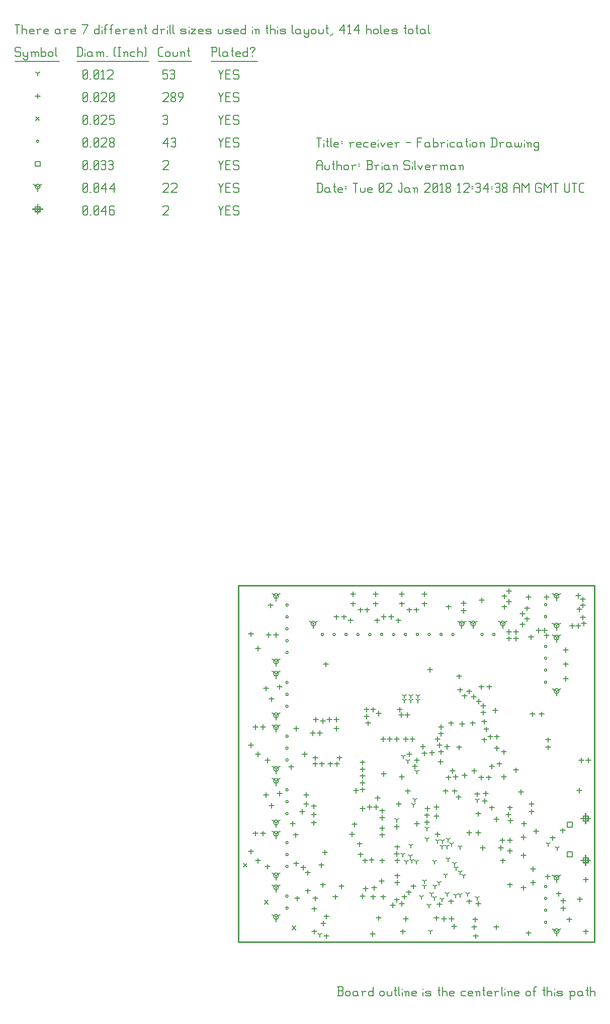
<source format=gbr>
G04 start of page 14 for group -3984 idx -3984 *
G04 Title: receiver, fab *
G04 Creator: pcb 20140316 *
G04 CreationDate: Tue 02 Jan 2018 12:34:38 AM GMT UTC *
G04 For: brian *
G04 Format: Gerber/RS-274X *
G04 PCB-Dimensions (mil): 6000.00 5000.00 *
G04 PCB-Coordinate-Origin: lower left *
%MOIN*%
%FSLAX25Y25*%
%LNFAB*%
%ADD183C,0.0100*%
%ADD182C,0.0075*%
%ADD181C,0.0060*%
%ADD180R,0.0080X0.0080*%
G54D180*X378291Y110980D02*Y104580D01*
X375091Y107780D02*X381491D01*
X376691Y109380D02*X379891D01*
X376691D02*Y106180D01*
X379891D01*
Y109380D02*Y106180D01*
X378291Y83420D02*Y77020D01*
X375091Y80220D02*X381491D01*
X376691Y81820D02*X379891D01*
X376691D02*Y78620D01*
X379891D01*
Y81820D02*Y78620D01*
X15000Y514450D02*Y508050D01*
X11800Y511250D02*X18200D01*
X13400Y512850D02*X16600D01*
X13400D02*Y509650D01*
X16600D01*
Y512850D02*Y509650D01*
G54D181*X135000Y513500D02*X136500Y510500D01*
X138000Y513500D01*
X136500Y510500D02*Y507500D01*
X139800Y510800D02*X142050D01*
X139800Y507500D02*X142800D01*
X139800Y513500D02*Y507500D01*
Y513500D02*X142800D01*
X147600D02*X148350Y512750D01*
X145350Y513500D02*X147600D01*
X144600Y512750D02*X145350Y513500D01*
X144600Y512750D02*Y511250D01*
X145350Y510500D01*
X147600D01*
X148350Y509750D01*
Y508250D01*
X147600Y507500D02*X148350Y508250D01*
X145350Y507500D02*X147600D01*
X144600Y508250D02*X145350Y507500D01*
X98000Y512750D02*X98750Y513500D01*
X101000D01*
X101750Y512750D01*
Y511250D01*
X98000Y507500D02*X101750Y511250D01*
X98000Y507500D02*X101750D01*
X45000Y508250D02*X45750Y507500D01*
X45000Y512750D02*Y508250D01*
Y512750D02*X45750Y513500D01*
X47250D01*
X48000Y512750D01*
Y508250D01*
X47250Y507500D02*X48000Y508250D01*
X45750Y507500D02*X47250D01*
X45000Y509000D02*X48000Y512000D01*
X49800Y507500D02*X50550D01*
X52350Y508250D02*X53100Y507500D01*
X52350Y512750D02*Y508250D01*
Y512750D02*X53100Y513500D01*
X54600D01*
X55350Y512750D01*
Y508250D01*
X54600Y507500D02*X55350Y508250D01*
X53100Y507500D02*X54600D01*
X52350Y509000D02*X55350Y512000D01*
X57150Y509750D02*X60150Y513500D01*
X57150Y509750D02*X60900D01*
X60150Y513500D02*Y507500D01*
X64950Y513500D02*X65700Y512750D01*
X63450Y513500D02*X64950D01*
X62700Y512750D02*X63450Y513500D01*
X62700Y512750D02*Y508250D01*
X63450Y507500D01*
X64950Y510800D02*X65700Y510050D01*
X62700Y510800D02*X64950D01*
X63450Y507500D02*X64950D01*
X65700Y508250D01*
Y510050D02*Y508250D01*
X173016Y42657D02*Y39457D01*
Y42657D02*X175789Y44257D01*
X173016Y42657D02*X170243Y44257D01*
X171416Y42657D02*G75*G03X174616Y42657I1600J0D01*G01*
G75*G03X171416Y42657I-1600J0D01*G01*
X173016Y62343D02*Y59143D01*
Y62343D02*X175789Y63943D01*
X173016Y62343D02*X170243Y63943D01*
X171416Y62343D02*G75*G03X174616Y62343I1600J0D01*G01*
G75*G03X171416Y62343I-1600J0D01*G01*
X358984Y255343D02*Y252143D01*
Y255343D02*X361757Y256943D01*
X358984Y255343D02*X356211Y256943D01*
X357384Y255343D02*G75*G03X360584Y255343I1600J0D01*G01*
G75*G03X357384Y255343I-1600J0D01*G01*
X358984Y235657D02*Y232457D01*
Y235657D02*X361757Y237257D01*
X358984Y235657D02*X356211Y237257D01*
X357384Y235657D02*G75*G03X360584Y235657I1600J0D01*G01*
G75*G03X357384Y235657I-1600J0D01*G01*
X173016Y140720D02*Y137520D01*
Y140720D02*X175789Y142320D01*
X173016Y140720D02*X170243Y142320D01*
X171416Y140720D02*G75*G03X174616Y140720I1600J0D01*G01*
G75*G03X171416Y140720I-1600J0D01*G01*
X173016Y168280D02*Y165080D01*
Y168280D02*X175789Y169880D01*
X173016Y168280D02*X170243Y169880D01*
X171416Y168280D02*G75*G03X174616Y168280I1600J0D01*G01*
G75*G03X171416Y168280I-1600J0D01*G01*
X173016Y176220D02*Y173020D01*
Y176220D02*X175789Y177820D01*
X173016Y176220D02*X170243Y177820D01*
X171416Y176220D02*G75*G03X174616Y176220I1600J0D01*G01*
G75*G03X171416Y176220I-1600J0D01*G01*
X173016Y203780D02*Y200580D01*
Y203780D02*X175789Y205380D01*
X173016Y203780D02*X170243Y205380D01*
X171416Y203780D02*G75*G03X174616Y203780I1600J0D01*G01*
G75*G03X171416Y203780I-1600J0D01*G01*
X173016Y211846D02*Y208646D01*
Y211846D02*X175789Y213446D01*
X173016Y211846D02*X170243Y213446D01*
X171416Y211846D02*G75*G03X174616Y211846I1600J0D01*G01*
G75*G03X171416Y211846I-1600J0D01*G01*
X173016Y255154D02*Y251954D01*
Y255154D02*X175789Y256754D01*
X173016Y255154D02*X170243Y256754D01*
X171416Y255154D02*G75*G03X174616Y255154I1600J0D01*G01*
G75*G03X171416Y255154I-1600J0D01*G01*
X173016Y70220D02*Y67020D01*
Y70220D02*X175789Y71820D01*
X173016Y70220D02*X170243Y71820D01*
X171416Y70220D02*G75*G03X174616Y70220I1600J0D01*G01*
G75*G03X171416Y70220I-1600J0D01*G01*
X173016Y97780D02*Y94580D01*
Y97780D02*X175789Y99380D01*
X173016Y97780D02*X170243Y99380D01*
X171416Y97780D02*G75*G03X174616Y97780I1600J0D01*G01*
G75*G03X171416Y97780I-1600J0D01*G01*
X173016Y105220D02*Y102020D01*
Y105220D02*X175789Y106820D01*
X173016Y105220D02*X170243Y106820D01*
X171416Y105220D02*G75*G03X174616Y105220I1600J0D01*G01*
G75*G03X171416Y105220I-1600J0D01*G01*
X173016Y132780D02*Y129580D01*
Y132780D02*X175789Y134380D01*
X173016Y132780D02*X170243Y134380D01*
X171416Y132780D02*G75*G03X174616Y132780I1600J0D01*G01*
G75*G03X171416Y132780I-1600J0D01*G01*
X358984Y227717D02*Y224517D01*
Y227717D02*X361757Y229317D01*
X358984Y227717D02*X356211Y229317D01*
X357384Y227717D02*G75*G03X360584Y227717I1600J0D01*G01*
G75*G03X357384Y227717I-1600J0D01*G01*
X358984Y192283D02*Y189083D01*
Y192283D02*X361757Y193883D01*
X358984Y192283D02*X356211Y193883D01*
X357384Y192283D02*G75*G03X360584Y192283I1600J0D01*G01*
G75*G03X357384Y192283I-1600J0D01*G01*
X358984Y68717D02*Y65517D01*
Y68717D02*X361757Y70317D01*
X358984Y68717D02*X356211Y70317D01*
X357384Y68717D02*G75*G03X360584Y68717I1600J0D01*G01*
G75*G03X357384Y68717I-1600J0D01*G01*
X358984Y33283D02*Y30083D01*
Y33283D02*X361757Y34883D01*
X358984Y33283D02*X356211Y34883D01*
X357384Y33283D02*G75*G03X360584Y33283I1600J0D01*G01*
G75*G03X357384Y33283I-1600J0D01*G01*
X303657Y236984D02*Y233784D01*
Y236984D02*X306431Y238584D01*
X303657Y236984D02*X300884Y238584D01*
X302057Y236984D02*G75*G03X305257Y236984I1600J0D01*G01*
G75*G03X302057Y236984I-1600J0D01*G01*
X323343D02*Y233784D01*
Y236984D02*X326116Y238584D01*
X323343Y236984D02*X320569Y238584D01*
X321743Y236984D02*G75*G03X324943Y236984I1600J0D01*G01*
G75*G03X321743Y236984I-1600J0D01*G01*
X197787D02*Y233784D01*
Y236984D02*X200561Y238584D01*
X197787Y236984D02*X195014Y238584D01*
X196187Y236984D02*G75*G03X199387Y236984I1600J0D01*G01*
G75*G03X196187Y236984I-1600J0D01*G01*
X296213D02*Y233784D01*
Y236984D02*X298986Y238584D01*
X296213Y236984D02*X293439Y238584D01*
X294613Y236984D02*G75*G03X297813Y236984I1600J0D01*G01*
G75*G03X294613Y236984I-1600J0D01*G01*
X15000Y526250D02*Y523050D01*
Y526250D02*X17773Y527850D01*
X15000Y526250D02*X12227Y527850D01*
X13400Y526250D02*G75*G03X16600Y526250I1600J0D01*G01*
G75*G03X13400Y526250I-1600J0D01*G01*
X135000Y528500D02*X136500Y525500D01*
X138000Y528500D01*
X136500Y525500D02*Y522500D01*
X139800Y525800D02*X142050D01*
X139800Y522500D02*X142800D01*
X139800Y528500D02*Y522500D01*
Y528500D02*X142800D01*
X147600D02*X148350Y527750D01*
X145350Y528500D02*X147600D01*
X144600Y527750D02*X145350Y528500D01*
X144600Y527750D02*Y526250D01*
X145350Y525500D01*
X147600D01*
X148350Y524750D01*
Y523250D01*
X147600Y522500D02*X148350Y523250D01*
X145350Y522500D02*X147600D01*
X144600Y523250D02*X145350Y522500D01*
X98000Y527750D02*X98750Y528500D01*
X101000D01*
X101750Y527750D01*
Y526250D01*
X98000Y522500D02*X101750Y526250D01*
X98000Y522500D02*X101750D01*
X103550Y527750D02*X104300Y528500D01*
X106550D01*
X107300Y527750D01*
Y526250D01*
X103550Y522500D02*X107300Y526250D01*
X103550Y522500D02*X107300D01*
X45000Y523250D02*X45750Y522500D01*
X45000Y527750D02*Y523250D01*
Y527750D02*X45750Y528500D01*
X47250D01*
X48000Y527750D01*
Y523250D01*
X47250Y522500D02*X48000Y523250D01*
X45750Y522500D02*X47250D01*
X45000Y524000D02*X48000Y527000D01*
X49800Y522500D02*X50550D01*
X52350Y523250D02*X53100Y522500D01*
X52350Y527750D02*Y523250D01*
Y527750D02*X53100Y528500D01*
X54600D01*
X55350Y527750D01*
Y523250D01*
X54600Y522500D02*X55350Y523250D01*
X53100Y522500D02*X54600D01*
X52350Y524000D02*X55350Y527000D01*
X57150Y524750D02*X60150Y528500D01*
X57150Y524750D02*X60900D01*
X60150Y528500D02*Y522500D01*
X62700Y524750D02*X65700Y528500D01*
X62700Y524750D02*X66450D01*
X65700Y528500D02*Y522500D01*
X366061Y105443D02*X369261D01*
X366061D02*Y102243D01*
X369261D01*
Y105443D02*Y102243D01*
X366061Y85757D02*X369261D01*
X366061D02*Y82557D01*
X369261D01*
Y85757D02*Y82557D01*
X13400Y542850D02*X16600D01*
X13400D02*Y539650D01*
X16600D01*
Y542850D02*Y539650D01*
X135000Y543500D02*X136500Y540500D01*
X138000Y543500D01*
X136500Y540500D02*Y537500D01*
X139800Y540800D02*X142050D01*
X139800Y537500D02*X142800D01*
X139800Y543500D02*Y537500D01*
Y543500D02*X142800D01*
X147600D02*X148350Y542750D01*
X145350Y543500D02*X147600D01*
X144600Y542750D02*X145350Y543500D01*
X144600Y542750D02*Y541250D01*
X145350Y540500D01*
X147600D01*
X148350Y539750D01*
Y538250D01*
X147600Y537500D02*X148350Y538250D01*
X145350Y537500D02*X147600D01*
X144600Y538250D02*X145350Y537500D01*
X98000Y542750D02*X98750Y543500D01*
X101000D01*
X101750Y542750D01*
Y541250D01*
X98000Y537500D02*X101750Y541250D01*
X98000Y537500D02*X101750D01*
X45000Y538250D02*X45750Y537500D01*
X45000Y542750D02*Y538250D01*
Y542750D02*X45750Y543500D01*
X47250D01*
X48000Y542750D01*
Y538250D01*
X47250Y537500D02*X48000Y538250D01*
X45750Y537500D02*X47250D01*
X45000Y539000D02*X48000Y542000D01*
X49800Y537500D02*X50550D01*
X52350Y538250D02*X53100Y537500D01*
X52350Y542750D02*Y538250D01*
Y542750D02*X53100Y543500D01*
X54600D01*
X55350Y542750D01*
Y538250D01*
X54600Y537500D02*X55350Y538250D01*
X53100Y537500D02*X54600D01*
X52350Y539000D02*X55350Y542000D01*
X57150Y542750D02*X57900Y543500D01*
X59400D01*
X60150Y542750D01*
X59400Y537500D02*X60150Y538250D01*
X57900Y537500D02*X59400D01*
X57150Y538250D02*X57900Y537500D01*
Y540800D02*X59400D01*
X60150Y542750D02*Y541550D01*
Y540050D02*Y538250D01*
Y540050D02*X59400Y540800D01*
X60150Y541550D02*X59400Y540800D01*
X61950Y542750D02*X62700Y543500D01*
X64200D01*
X64950Y542750D01*
X64200Y537500D02*X64950Y538250D01*
X62700Y537500D02*X64200D01*
X61950Y538250D02*X62700Y537500D01*
Y540800D02*X64200D01*
X64950Y542750D02*Y541550D01*
Y540050D02*Y538250D01*
Y540050D02*X64200Y540800D01*
X64950Y541550D02*X64200Y540800D01*
X179483Y48563D02*G75*G03X181083Y48563I800J0D01*G01*
G75*G03X179483Y48563I-800J0D01*G01*
Y56437D02*G75*G03X181083Y56437I800J0D01*G01*
G75*G03X179483Y56437I-800J0D01*G01*
X350917Y249437D02*G75*G03X352517Y249437I800J0D01*G01*
G75*G03X350917Y249437I-800J0D01*G01*
Y241563D02*G75*G03X352517Y241563I800J0D01*G01*
G75*G03X350917Y241563I-800J0D01*G01*
X179483Y146626D02*G75*G03X181083Y146626I800J0D01*G01*
G75*G03X179483Y146626I-800J0D01*G01*
Y154500D02*G75*G03X181083Y154500I800J0D01*G01*
G75*G03X179483Y154500I-800J0D01*G01*
Y162374D02*G75*G03X181083Y162374I800J0D01*G01*
G75*G03X179483Y162374I-800J0D01*G01*
Y182126D02*G75*G03X181083Y182126I800J0D01*G01*
G75*G03X179483Y182126I-800J0D01*G01*
Y190000D02*G75*G03X181083Y190000I800J0D01*G01*
G75*G03X179483Y190000I-800J0D01*G01*
Y197874D02*G75*G03X181083Y197874I800J0D01*G01*
G75*G03X179483Y197874I-800J0D01*G01*
Y217752D02*G75*G03X181083Y217752I800J0D01*G01*
G75*G03X179483Y217752I-800J0D01*G01*
Y225626D02*G75*G03X181083Y225626I800J0D01*G01*
G75*G03X179483Y225626I-800J0D01*G01*
Y233500D02*G75*G03X181083Y233500I800J0D01*G01*
G75*G03X179483Y233500I-800J0D01*G01*
Y241374D02*G75*G03X181083Y241374I800J0D01*G01*
G75*G03X179483Y241374I-800J0D01*G01*
Y249248D02*G75*G03X181083Y249248I800J0D01*G01*
G75*G03X179483Y249248I-800J0D01*G01*
Y76126D02*G75*G03X181083Y76126I800J0D01*G01*
G75*G03X179483Y76126I-800J0D01*G01*
Y84000D02*G75*G03X181083Y84000I800J0D01*G01*
G75*G03X179483Y84000I-800J0D01*G01*
Y91874D02*G75*G03X181083Y91874I800J0D01*G01*
G75*G03X179483Y91874I-800J0D01*G01*
Y111126D02*G75*G03X181083Y111126I800J0D01*G01*
G75*G03X179483Y111126I-800J0D01*G01*
Y119000D02*G75*G03X181083Y119000I800J0D01*G01*
G75*G03X179483Y119000I-800J0D01*G01*
Y126874D02*G75*G03X181083Y126874I800J0D01*G01*
G75*G03X179483Y126874I-800J0D01*G01*
X350917Y221811D02*G75*G03X352517Y221811I800J0D01*G01*
G75*G03X350917Y221811I-800J0D01*G01*
Y213937D02*G75*G03X352517Y213937I800J0D01*G01*
G75*G03X350917Y213937I-800J0D01*G01*
Y206063D02*G75*G03X352517Y206063I800J0D01*G01*
G75*G03X350917Y206063I-800J0D01*G01*
Y198189D02*G75*G03X352517Y198189I800J0D01*G01*
G75*G03X350917Y198189I-800J0D01*G01*
Y62811D02*G75*G03X352517Y62811I800J0D01*G01*
G75*G03X350917Y62811I-800J0D01*G01*
Y54937D02*G75*G03X352517Y54937I800J0D01*G01*
G75*G03X350917Y54937I-800J0D01*G01*
Y47063D02*G75*G03X352517Y47063I800J0D01*G01*
G75*G03X350917Y47063I-800J0D01*G01*
Y39189D02*G75*G03X352517Y39189I800J0D01*G01*
G75*G03X350917Y39189I-800J0D01*G01*
X308763Y229717D02*G75*G03X310363Y229717I800J0D01*G01*
G75*G03X308763Y229717I-800J0D01*G01*
X316637D02*G75*G03X318237Y229717I800J0D01*G01*
G75*G03X316637Y229717I-800J0D01*G01*
X202893Y229717D02*G75*G03X204493Y229717I800J0D01*G01*
G75*G03X202893Y229717I-800J0D01*G01*
X210767D02*G75*G03X212367Y229717I800J0D01*G01*
G75*G03X210767Y229717I-800J0D01*G01*
X218641D02*G75*G03X220241Y229717I800J0D01*G01*
G75*G03X218641Y229717I-800J0D01*G01*
X226515D02*G75*G03X228115Y229717I800J0D01*G01*
G75*G03X226515Y229717I-800J0D01*G01*
X234389D02*G75*G03X235989Y229717I800J0D01*G01*
G75*G03X234389Y229717I-800J0D01*G01*
X242263D02*G75*G03X243863Y229717I800J0D01*G01*
G75*G03X242263Y229717I-800J0D01*G01*
X250137D02*G75*G03X251737Y229717I800J0D01*G01*
G75*G03X250137Y229717I-800J0D01*G01*
X258011D02*G75*G03X259611Y229717I800J0D01*G01*
G75*G03X258011Y229717I-800J0D01*G01*
X265885D02*G75*G03X267485Y229717I800J0D01*G01*
G75*G03X265885Y229717I-800J0D01*G01*
X273759D02*G75*G03X275359Y229717I800J0D01*G01*
G75*G03X273759Y229717I-800J0D01*G01*
X281633D02*G75*G03X283233Y229717I800J0D01*G01*
G75*G03X281633Y229717I-800J0D01*G01*
X289507D02*G75*G03X291107Y229717I800J0D01*G01*
G75*G03X289507Y229717I-800J0D01*G01*
X14200Y556250D02*G75*G03X15800Y556250I800J0D01*G01*
G75*G03X14200Y556250I-800J0D01*G01*
X135000Y558500D02*X136500Y555500D01*
X138000Y558500D01*
X136500Y555500D02*Y552500D01*
X139800Y555800D02*X142050D01*
X139800Y552500D02*X142800D01*
X139800Y558500D02*Y552500D01*
Y558500D02*X142800D01*
X147600D02*X148350Y557750D01*
X145350Y558500D02*X147600D01*
X144600Y557750D02*X145350Y558500D01*
X144600Y557750D02*Y556250D01*
X145350Y555500D01*
X147600D01*
X148350Y554750D01*
Y553250D01*
X147600Y552500D02*X148350Y553250D01*
X145350Y552500D02*X147600D01*
X144600Y553250D02*X145350Y552500D01*
X98000Y554750D02*X101000Y558500D01*
X98000Y554750D02*X101750D01*
X101000Y558500D02*Y552500D01*
X103550Y557750D02*X104300Y558500D01*
X105800D01*
X106550Y557750D01*
X105800Y552500D02*X106550Y553250D01*
X104300Y552500D02*X105800D01*
X103550Y553250D02*X104300Y552500D01*
Y555800D02*X105800D01*
X106550Y557750D02*Y556550D01*
Y555050D02*Y553250D01*
Y555050D02*X105800Y555800D01*
X106550Y556550D02*X105800Y555800D01*
X45000Y553250D02*X45750Y552500D01*
X45000Y557750D02*Y553250D01*
Y557750D02*X45750Y558500D01*
X47250D01*
X48000Y557750D01*
Y553250D01*
X47250Y552500D02*X48000Y553250D01*
X45750Y552500D02*X47250D01*
X45000Y554000D02*X48000Y557000D01*
X49800Y552500D02*X50550D01*
X52350Y553250D02*X53100Y552500D01*
X52350Y557750D02*Y553250D01*
Y557750D02*X53100Y558500D01*
X54600D01*
X55350Y557750D01*
Y553250D01*
X54600Y552500D02*X55350Y553250D01*
X53100Y552500D02*X54600D01*
X52350Y554000D02*X55350Y557000D01*
X57150Y557750D02*X57900Y558500D01*
X60150D01*
X60900Y557750D01*
Y556250D01*
X57150Y552500D02*X60900Y556250D01*
X57150Y552500D02*X60900D01*
X62700Y553250D02*X63450Y552500D01*
X62700Y554450D02*Y553250D01*
Y554450D02*X63750Y555500D01*
X64650D01*
X65700Y554450D01*
Y553250D01*
X64950Y552500D02*X65700Y553250D01*
X63450Y552500D02*X64950D01*
X62700Y556550D02*X63750Y555500D01*
X62700Y557750D02*Y556550D01*
Y557750D02*X63450Y558500D01*
X64950D01*
X65700Y557750D01*
Y556550D01*
X64650Y555500D02*X65700Y556550D01*
X165300Y53700D02*X167700Y51300D01*
X165300D02*X167700Y53700D01*
X151300Y78200D02*X153700Y75800D01*
X151300D02*X153700Y78200D01*
X183800Y36700D02*X186200Y34300D01*
X183800D02*X186200Y36700D01*
X13800Y572450D02*X16200Y570050D01*
X13800D02*X16200Y572450D01*
X135000Y573500D02*X136500Y570500D01*
X138000Y573500D01*
X136500Y570500D02*Y567500D01*
X139800Y570800D02*X142050D01*
X139800Y567500D02*X142800D01*
X139800Y573500D02*Y567500D01*
Y573500D02*X142800D01*
X147600D02*X148350Y572750D01*
X145350Y573500D02*X147600D01*
X144600Y572750D02*X145350Y573500D01*
X144600Y572750D02*Y571250D01*
X145350Y570500D01*
X147600D01*
X148350Y569750D01*
Y568250D01*
X147600Y567500D02*X148350Y568250D01*
X145350Y567500D02*X147600D01*
X144600Y568250D02*X145350Y567500D01*
X98000Y572750D02*X98750Y573500D01*
X100250D01*
X101000Y572750D01*
X100250Y567500D02*X101000Y568250D01*
X98750Y567500D02*X100250D01*
X98000Y568250D02*X98750Y567500D01*
Y570800D02*X100250D01*
X101000Y572750D02*Y571550D01*
Y570050D02*Y568250D01*
Y570050D02*X100250Y570800D01*
X101000Y571550D02*X100250Y570800D01*
X45000Y568250D02*X45750Y567500D01*
X45000Y572750D02*Y568250D01*
Y572750D02*X45750Y573500D01*
X47250D01*
X48000Y572750D01*
Y568250D01*
X47250Y567500D02*X48000Y568250D01*
X45750Y567500D02*X47250D01*
X45000Y569000D02*X48000Y572000D01*
X49800Y567500D02*X50550D01*
X52350Y568250D02*X53100Y567500D01*
X52350Y572750D02*Y568250D01*
Y572750D02*X53100Y573500D01*
X54600D01*
X55350Y572750D01*
Y568250D01*
X54600Y567500D02*X55350Y568250D01*
X53100Y567500D02*X54600D01*
X52350Y569000D02*X55350Y572000D01*
X57150Y572750D02*X57900Y573500D01*
X60150D01*
X60900Y572750D01*
Y571250D01*
X57150Y567500D02*X60900Y571250D01*
X57150Y567500D02*X60900D01*
X62700Y573500D02*X65700D01*
X62700D02*Y570500D01*
X63450Y571250D01*
X64950D01*
X65700Y570500D01*
Y568250D01*
X64950Y567500D02*X65700Y568250D01*
X63450Y567500D02*X64950D01*
X62700Y568250D02*X63450Y567500D01*
X173000Y231100D02*Y227900D01*
X171400Y229500D02*X174600D01*
X168000Y231100D02*Y227900D01*
X166400Y229500D02*X169600D01*
X169500Y250600D02*Y247400D01*
X167900Y249000D02*X171100D01*
X164500Y170100D02*Y166900D01*
X162900Y168500D02*X166100D01*
X159500Y170100D02*Y166900D01*
X157900Y168500D02*X161100D01*
X166500Y195600D02*Y192400D01*
X164900Y194000D02*X168100D01*
X156500Y231600D02*Y228400D01*
X154900Y230000D02*X158100D01*
X170000Y188600D02*Y185400D01*
X168400Y187000D02*X171600D01*
X175500Y196600D02*Y193400D01*
X173900Y195000D02*X177100D01*
X161000Y152100D02*Y148900D01*
X159400Y150500D02*X162600D01*
X167500Y148100D02*Y144900D01*
X165900Y146500D02*X169100D01*
X186500Y169100D02*Y165900D01*
X184900Y167500D02*X188100D01*
X192000Y152100D02*Y148900D01*
X190400Y150500D02*X193600D01*
X244500Y139100D02*Y135900D01*
X242900Y137500D02*X246100D01*
X356500Y96600D02*Y93400D01*
X354900Y95000D02*X358100D01*
X363000Y101600D02*Y98400D01*
X361400Y100000D02*X364600D01*
X256500Y137100D02*Y133900D01*
X254900Y135500D02*X258100D01*
X285500Y127600D02*Y124400D01*
X283900Y126000D02*X287100D01*
X328000Y88100D02*Y84900D01*
X326400Y86500D02*X329600D01*
X328000Y65600D02*Y62400D01*
X326400Y64000D02*X329600D01*
X307000Y53100D02*Y49900D01*
X305400Y51500D02*X308600D01*
X281500Y52600D02*Y49400D01*
X279900Y51000D02*X283100D01*
X253000Y55600D02*Y52400D01*
X251400Y54000D02*X254600D01*
X253500Y81600D02*Y78400D01*
X251900Y80000D02*X255100D01*
X287500Y136600D02*Y133400D01*
X285900Y135000D02*X289100D01*
X314000Y136600D02*Y133400D01*
X312400Y135000D02*X315600D01*
X337000Y85100D02*Y81900D01*
X335400Y83500D02*X338600D01*
X337000Y63600D02*Y60400D01*
X335400Y62000D02*X338600D01*
X279500Y43600D02*Y40400D01*
X277900Y42000D02*X281100D01*
X244000Y57600D02*Y54400D01*
X242400Y56000D02*X245600D01*
X296500Y172100D02*Y168900D01*
X294900Y170500D02*X298100D01*
X292000Y137100D02*Y133900D01*
X290400Y135500D02*X293600D01*
X298000Y138100D02*Y134900D01*
X296400Y136500D02*X299600D01*
X290000Y141100D02*Y137900D01*
X288400Y139500D02*X291600D01*
X342500Y114100D02*Y110900D01*
X340900Y112500D02*X344100D01*
X342500Y119100D02*Y115900D01*
X340900Y117500D02*X344100D01*
X328000Y116600D02*Y113400D01*
X326400Y115000D02*X329600D01*
X328000Y95100D02*Y91900D01*
X326400Y93500D02*X329600D01*
X337000Y97100D02*Y93900D01*
X335400Y95500D02*X338600D01*
X323000Y95100D02*Y91900D01*
X321400Y93500D02*X324600D01*
X345500Y101100D02*Y97900D01*
X343900Y99500D02*X347100D01*
X324000Y153600D02*Y150400D01*
X322400Y152000D02*X325600D01*
X319500Y156100D02*Y152900D01*
X317900Y154500D02*X321100D01*
X332000Y141600D02*Y138400D01*
X330400Y140000D02*X333600D01*
X376500Y242600D02*Y239400D01*
X374900Y241000D02*X378100D01*
X369500Y237100D02*Y233900D01*
X367900Y235500D02*X371100D01*
X373500Y237100D02*Y233900D01*
X371900Y235500D02*X375100D01*
X377000Y238600D02*Y235400D01*
X375400Y237000D02*X378600D01*
X373500Y257100D02*Y253900D01*
X371900Y255500D02*X375100D01*
X376500Y254600D02*Y251400D01*
X374900Y253000D02*X378100D01*
X374000Y248100D02*Y244900D01*
X372400Y246500D02*X375600D01*
X376500Y250600D02*Y247400D01*
X374900Y249000D02*X378100D01*
X352500Y256100D02*Y252900D01*
X350900Y254500D02*X354100D01*
X340500Y256100D02*Y252900D01*
X338900Y254500D02*X342100D01*
X164500Y99600D02*Y96400D01*
X162900Y98000D02*X166100D01*
X159500Y99600D02*Y96400D01*
X157900Y98000D02*X161100D01*
X166500Y125100D02*Y121900D01*
X164900Y123500D02*X168100D01*
X170000Y118100D02*Y114900D01*
X168400Y116500D02*X171600D01*
X175500Y126100D02*Y122900D01*
X173900Y124500D02*X177100D01*
X161000Y81600D02*Y78400D01*
X159400Y80000D02*X162600D01*
X167500Y77600D02*Y74400D01*
X165900Y76000D02*X169100D01*
X186000Y98600D02*Y95400D01*
X184400Y97000D02*X187600D01*
X198500Y34600D02*Y31400D01*
X196900Y33000D02*X200100D01*
X198500Y49600D02*Y46400D01*
X196900Y48000D02*X200100D01*
X206500Y44600D02*Y41400D01*
X204900Y43000D02*X208100D01*
X343000Y178600D02*Y175400D01*
X341400Y177000D02*X344600D01*
X349000Y178600D02*Y175400D01*
X347400Y177000D02*X350600D01*
X365000Y202100D02*Y198900D01*
X363400Y200500D02*X366600D01*
X365000Y221100D02*Y217900D01*
X363400Y219500D02*X366600D01*
X365000Y211600D02*Y208400D01*
X363400Y210000D02*X366600D01*
X342000Y229600D02*Y226400D01*
X340400Y228000D02*X343600D01*
X255000Y181600D02*Y178400D01*
X253400Y180000D02*X256600D01*
X260000Y178100D02*Y174900D01*
X258400Y176500D02*X261600D01*
X256000Y178100D02*Y174900D01*
X254400Y176500D02*X257600D01*
X275000Y208100D02*Y204900D01*
X273400Y206500D02*X276600D01*
X234000Y172600D02*Y169400D01*
X232400Y171000D02*X235600D01*
X244500Y243100D02*Y239900D01*
X242900Y241500D02*X246100D01*
X249500Y243100D02*Y239900D01*
X247900Y241500D02*X251100D01*
X213000Y242915D02*Y239715D01*
X211400Y241315D02*X214600D01*
X218000Y242915D02*Y239715D01*
X216400Y241315D02*X219600D01*
X297500Y247100D02*Y243900D01*
X295900Y245500D02*X299100D01*
X297500Y252100D02*Y248900D01*
X295900Y250500D02*X299100D01*
X336500Y245100D02*Y241900D01*
X334900Y243500D02*X338100D01*
X339500Y241600D02*Y238400D01*
X337900Y240000D02*X341100D01*
X336500Y238100D02*Y234900D01*
X334900Y236500D02*X338100D01*
X339500Y248600D02*Y245400D01*
X337900Y247000D02*X341100D01*
X347000Y234100D02*Y230900D01*
X345400Y232500D02*X348600D01*
X351000Y234100D02*Y230900D01*
X349400Y232500D02*X352600D01*
X352500Y230600D02*Y227400D01*
X350900Y229000D02*X354100D01*
X332000Y228600D02*Y225400D01*
X330400Y227000D02*X333600D01*
X332000Y233100D02*Y229900D01*
X330400Y231500D02*X333600D01*
X327500Y228600D02*Y225400D01*
X325900Y227000D02*X329100D01*
X327500Y233100D02*Y229900D01*
X325900Y231500D02*X329100D01*
X327500Y253100D02*Y249900D01*
X325900Y251500D02*X329100D01*
X324500Y256600D02*Y253400D01*
X322900Y255000D02*X326100D01*
X327500Y260100D02*Y256900D01*
X325900Y258500D02*X329100D01*
X324500Y249600D02*Y246400D01*
X322900Y248000D02*X326100D01*
X363500Y50100D02*Y46900D01*
X361900Y48500D02*X365100D01*
X363500Y55100D02*Y51900D01*
X361900Y53500D02*X365100D01*
X367500Y42600D02*Y39400D01*
X365900Y41000D02*X369100D01*
X374500Y56100D02*Y52900D01*
X372900Y54500D02*X376100D01*
X309000Y196600D02*Y193400D01*
X307400Y195000D02*X310600D01*
X314500Y196600D02*Y193400D01*
X312900Y195000D02*X316100D01*
X380000Y148100D02*Y144900D01*
X378400Y146500D02*X381600D01*
X375500Y148100D02*Y144900D01*
X373900Y146500D02*X377100D01*
X353500Y161600D02*Y158400D01*
X351900Y160000D02*X355100D01*
X353500Y156600D02*Y153400D01*
X351900Y155000D02*X355100D01*
X307500Y187100D02*Y183900D01*
X305900Y185500D02*X309100D01*
X310500Y184100D02*Y180900D01*
X308900Y182500D02*X312100D01*
X310500Y179600D02*Y176400D01*
X308900Y178000D02*X312100D01*
X304000Y190100D02*Y186900D01*
X302400Y188500D02*X305600D01*
X301000Y193600D02*Y190400D01*
X299400Y192000D02*X302600D01*
X298000Y190600D02*Y187400D01*
X296400Y189000D02*X299600D01*
X360500Y59600D02*Y56400D01*
X358900Y58000D02*X362100D01*
X378500Y69100D02*Y65900D01*
X376900Y67500D02*X380100D01*
X253000Y86100D02*Y82900D01*
X251400Y84500D02*X254600D01*
X232000Y81600D02*Y78400D01*
X230400Y80000D02*X233600D01*
X223500Y99100D02*Y95900D01*
X221900Y97500D02*X225100D01*
X229000Y85600D02*Y82400D01*
X227400Y84000D02*X230600D01*
X241000Y43600D02*Y40400D01*
X239400Y42000D02*X242600D01*
X237000Y33100D02*Y29900D01*
X235400Y31500D02*X238600D01*
X237500Y57600D02*Y54400D01*
X235900Y56000D02*X239100D01*
X250500Y52100D02*Y48900D01*
X248900Y50500D02*X252100D01*
X230500Y58100D02*Y54900D01*
X228900Y56500D02*X232100D01*
X232500Y63100D02*Y59900D01*
X230900Y61500D02*X234100D01*
X243000Y68100D02*Y64900D01*
X241400Y66500D02*X244600D01*
X253500Y67100D02*Y63900D01*
X251900Y65500D02*X255100D01*
X209000Y145600D02*Y142400D01*
X207400Y144000D02*X210600D01*
X213500Y145600D02*Y142400D01*
X211900Y144000D02*X215100D01*
X203500Y145600D02*Y142400D01*
X201900Y144000D02*X205100D01*
X199000Y145600D02*Y142400D01*
X197400Y144000D02*X200600D01*
X199000Y149600D02*Y146400D01*
X197400Y148000D02*X200600D01*
X215000Y149600D02*Y146400D01*
X213400Y148000D02*X216600D01*
X237500Y181600D02*Y178400D01*
X235900Y180000D02*X239100D01*
X233000Y181600D02*Y178400D01*
X231400Y180000D02*X234600D01*
X233000Y177100D02*Y173900D01*
X231400Y175500D02*X234600D01*
X241000Y179100D02*Y175900D01*
X239400Y177500D02*X242600D01*
X291500Y127600D02*Y124400D01*
X289900Y126000D02*X293100D01*
X311000Y161600D02*Y158400D01*
X309400Y160000D02*X312600D01*
X286500Y157100D02*Y153900D01*
X284900Y155500D02*X288100D01*
X229000Y247600D02*Y244400D01*
X227400Y246000D02*X230600D01*
X233500Y247600D02*Y244400D01*
X231900Y246000D02*X235100D01*
X224000Y251600D02*Y248400D01*
X222400Y250000D02*X225600D01*
X239000Y251600D02*Y248400D01*
X237400Y250000D02*X240600D01*
X239000Y258100D02*Y254900D01*
X237400Y256500D02*X240600D01*
X224000Y258100D02*Y254900D01*
X222400Y256500D02*X225600D01*
X240000Y240600D02*Y237400D01*
X238400Y239000D02*X241600D01*
X222500Y240600D02*Y237400D01*
X220900Y239000D02*X224100D01*
X374000Y128100D02*Y124900D01*
X372400Y126500D02*X375600D01*
X243500Y103100D02*Y99900D01*
X241900Y101500D02*X245100D01*
X309000Y136600D02*Y133400D01*
X307400Y135000D02*X310600D01*
X304500Y141100D02*Y137900D01*
X302900Y139500D02*X306100D01*
X305000Y42600D02*Y39400D01*
X303400Y41000D02*X306600D01*
X289000Y54600D02*Y51400D01*
X287400Y53000D02*X290600D01*
X301000Y54600D02*Y51400D01*
X299400Y53000D02*X302600D01*
X271500Y258100D02*Y254900D01*
X269900Y256500D02*X273100D01*
X256500Y258100D02*Y254900D01*
X254900Y256500D02*X258100D01*
X271500Y251600D02*Y248400D01*
X269900Y250000D02*X273100D01*
X256500Y251600D02*Y248400D01*
X254900Y250000D02*X258100D01*
X261500Y247600D02*Y244400D01*
X259900Y246000D02*X263100D01*
X266000Y247600D02*Y244400D01*
X264400Y246000D02*X267600D01*
X254000Y240600D02*Y237400D01*
X252400Y239000D02*X255600D01*
X287500Y249600D02*Y246400D01*
X285900Y248000D02*X289100D01*
X328500Y108100D02*Y104900D01*
X326900Y106500D02*X330100D01*
X193000Y119100D02*Y115900D01*
X191400Y117500D02*X194600D01*
X335500Y127100D02*Y123900D01*
X333900Y125500D02*X337100D01*
X253500Y90600D02*Y87400D01*
X251900Y89000D02*X255100D01*
X161000Y222100D02*Y218900D01*
X159400Y220500D02*X162600D01*
X156500Y158100D02*Y154900D01*
X154900Y156500D02*X158100D01*
X183000Y143600D02*Y140400D01*
X181400Y142000D02*X184600D01*
X156500Y87600D02*Y84400D01*
X154900Y86000D02*X158100D01*
X186500Y79600D02*Y76400D01*
X184900Y78000D02*X188100D01*
X199000Y56600D02*Y53400D01*
X197400Y55000D02*X200600D01*
X187000Y56600D02*Y53400D01*
X185400Y55000D02*X188600D01*
X206500Y31600D02*Y28400D01*
X204900Y30000D02*X208100D01*
X305500Y31600D02*Y28400D01*
X303900Y30000D02*X307100D01*
X309500Y254100D02*Y250900D01*
X307900Y252500D02*X311100D01*
X318500Y181100D02*Y177900D01*
X316900Y179500D02*X320100D01*
X206000Y211600D02*Y208400D01*
X204400Y210000D02*X207600D01*
X294500Y203600D02*Y200400D01*
X292900Y202000D02*X296100D01*
X295000Y194600D02*Y191400D01*
X293400Y193000D02*X296600D01*
X257000Y34600D02*Y31400D01*
X255400Y33000D02*X258600D01*
X244000Y162100D02*Y158900D01*
X242400Y160500D02*X245600D01*
X212500Y57600D02*Y54400D01*
X210900Y56000D02*X214100D01*
X256500Y53100D02*Y49900D01*
X254900Y51500D02*X258100D01*
X238000Y63600D02*Y60400D01*
X236400Y62000D02*X239600D01*
X243500Y110100D02*Y106900D01*
X241900Y108500D02*X245100D01*
X243500Y114600D02*Y111400D01*
X241900Y113000D02*X245100D01*
X230500Y116100D02*Y112900D01*
X228900Y114500D02*X232100D01*
X235000Y117100D02*Y113900D01*
X233400Y115500D02*X236600D01*
X239500Y117100D02*Y113900D01*
X237900Y115500D02*X241100D01*
X248500Y162100D02*Y158900D01*
X246900Y160500D02*X250100D01*
X253000Y162100D02*Y158900D01*
X251400Y160500D02*X254600D01*
X225000Y105600D02*Y102400D01*
X223400Y104000D02*X226600D01*
X253500Y71600D02*Y68400D01*
X251900Y70000D02*X255100D01*
X259000Y162100D02*Y158900D01*
X257400Y160500D02*X260600D01*
X263500Y162100D02*Y158900D01*
X261900Y160500D02*X265100D01*
X306500Y125600D02*Y122400D01*
X304900Y124000D02*X308100D01*
X199500Y175100D02*Y171900D01*
X197900Y173500D02*X201100D01*
X204000Y174100D02*Y170900D01*
X202400Y172500D02*X205600D01*
X202000Y166100D02*Y162900D01*
X200400Y164500D02*X203600D01*
X197500Y166100D02*Y162900D01*
X195900Y164500D02*X199100D01*
X280000Y162100D02*Y158900D01*
X278400Y160500D02*X281600D01*
X208500Y175100D02*Y171900D01*
X206900Y173500D02*X210100D01*
X213000Y175100D02*Y171900D01*
X211400Y173500D02*X214600D01*
X213000Y169100D02*Y165900D01*
X211400Y167500D02*X214600D01*
X282500Y170100D02*Y166900D01*
X280900Y168500D02*X284100D01*
X281500Y158100D02*Y154900D01*
X279900Y156500D02*X283100D01*
X282500Y153600D02*Y150400D01*
X280900Y152000D02*X284100D01*
X261500Y152100D02*Y148900D01*
X259900Y150500D02*X263100D01*
X193000Y125100D02*Y121900D01*
X191400Y123500D02*X194600D01*
X198000Y117600D02*Y114400D01*
X196400Y116000D02*X199600D01*
X198000Y112100D02*Y108900D01*
X196400Y110500D02*X199600D01*
X198000Y106600D02*Y103400D01*
X196400Y105000D02*X199600D01*
X230500Y146600D02*Y143400D01*
X228900Y145000D02*X232100D01*
X230500Y142100D02*Y138900D01*
X228900Y140500D02*X232100D01*
X230500Y137600D02*Y134400D01*
X228900Y136000D02*X232100D01*
X230500Y133100D02*Y129900D01*
X228900Y131500D02*X232100D01*
X230500Y128600D02*Y125400D01*
X228900Y127000D02*X232100D01*
X226000Y128100D02*Y124900D01*
X224400Y126500D02*X227600D01*
X266500Y148100D02*Y144900D01*
X264900Y146500D02*X268100D01*
X282000Y147100D02*Y143900D01*
X280400Y145500D02*X283600D01*
X276500Y153100D02*Y149900D01*
X274900Y151500D02*X278100D01*
X271500Y152600D02*Y149400D01*
X269900Y151000D02*X273100D01*
X270500Y157100D02*Y153900D01*
X268900Y155500D02*X272100D01*
X282500Y165600D02*Y162400D01*
X280900Y164000D02*X284100D01*
X265000Y144100D02*Y140900D01*
X263400Y142500D02*X266600D01*
X289000Y172600D02*Y169400D01*
X287400Y171000D02*X290600D01*
X304500Y37600D02*Y34400D01*
X302900Y36000D02*X306100D01*
X319000Y37600D02*Y34400D01*
X317400Y36000D02*X320600D01*
X316000Y144100D02*Y140900D01*
X314400Y142500D02*X317600D01*
X273500Y116100D02*Y112900D01*
X271900Y114500D02*X275100D01*
X279500Y117100D02*Y113900D01*
X277900Y115500D02*X281100D01*
X204500Y40100D02*Y36900D01*
X202900Y38500D02*X206100D01*
X378500Y34600D02*Y31400D01*
X376900Y33000D02*X380100D01*
X279500Y111100D02*Y107900D01*
X277900Y109500D02*X281100D01*
X280000Y99100D02*Y95900D01*
X278400Y97500D02*X281600D01*
X312000Y126100D02*Y122900D01*
X310400Y124500D02*X313600D01*
X324000Y137100D02*Y133900D01*
X322400Y135500D02*X325600D01*
X294500Y156600D02*Y153400D01*
X292900Y155000D02*X296100D01*
X321000Y145600D02*Y142400D01*
X319400Y144000D02*X322600D01*
X315000Y163600D02*Y160400D01*
X313400Y162000D02*X316600D01*
X311000Y173600D02*Y170400D01*
X309400Y172000D02*X312600D01*
X303500Y172600D02*Y169400D01*
X301900Y171000D02*X305100D01*
X312500Y168600D02*Y165400D01*
X310900Y167000D02*X314100D01*
X319500Y163600D02*Y160400D01*
X317900Y162000D02*X321100D01*
X266500Y106100D02*Y102900D01*
X264900Y104500D02*X268100D01*
X254500Y119100D02*Y115900D01*
X252900Y117500D02*X256100D01*
X205500Y87100D02*Y83900D01*
X203900Y85500D02*X207100D01*
X203000Y78600D02*Y75400D01*
X201400Y77000D02*X204600D01*
X216500Y64600D02*Y61400D01*
X214900Y63000D02*X218100D01*
X243500Y81600D02*Y78400D01*
X241900Y80000D02*X245100D01*
X291000Y38100D02*Y34900D01*
X289400Y36500D02*X292600D01*
X294000Y123600D02*Y120400D01*
X292400Y122000D02*X295600D01*
X273000Y111600D02*Y108400D01*
X271400Y110000D02*X274600D01*
X273000Y107100D02*Y103900D01*
X271400Y105500D02*X274600D01*
X243500Y98600D02*Y95400D01*
X241900Y97000D02*X245100D01*
X236500Y82100D02*Y78900D01*
X234900Y80500D02*X238100D01*
X323500Y81600D02*Y78400D01*
X321900Y80000D02*X325100D01*
X340500Y33600D02*Y30400D01*
X338900Y32000D02*X342100D01*
X258000Y57600D02*Y54400D01*
X256400Y56000D02*X259600D01*
X261000Y60600D02*Y57400D01*
X259400Y59000D02*X262600D01*
X264000Y64600D02*Y61400D01*
X262400Y63000D02*X265600D01*
X190500Y114100D02*Y110900D01*
X188900Y112500D02*X192100D01*
X184000Y106100D02*Y102900D01*
X182400Y104500D02*X185600D01*
X204000Y65600D02*Y62400D01*
X202400Y64000D02*X205600D01*
X191000Y77100D02*Y73900D01*
X189400Y75500D02*X192600D01*
X194000Y61600D02*Y58400D01*
X192400Y60000D02*X195600D01*
X194000Y73600D02*Y70400D01*
X192400Y72000D02*X195600D01*
X319000Y109100D02*Y105900D01*
X317400Y107500D02*X320600D01*
X253000Y104100D02*Y100900D01*
X251400Y102500D02*X254600D01*
X228500Y92600D02*Y89400D01*
X226900Y91000D02*X230100D01*
X259000Y43100D02*Y39900D01*
X257400Y41500D02*X260600D01*
X343500Y76100D02*Y72900D01*
X341900Y74500D02*X345100D01*
X353000Y71100D02*Y67900D01*
X351400Y69500D02*X354600D01*
X343500Y67100D02*Y63900D01*
X341900Y65500D02*X345100D01*
X301000Y100100D02*Y96900D01*
X299400Y98500D02*X302600D01*
X260500Y127600D02*Y124400D01*
X258900Y126000D02*X262100D01*
X240500Y123100D02*Y119900D01*
X238900Y121500D02*X242100D01*
X337500Y106100D02*Y102900D01*
X335900Y104500D02*X339100D01*
X327000Y112100D02*Y108900D01*
X325400Y110500D02*X328600D01*
X307000Y100100D02*Y96900D01*
X305400Y98500D02*X308600D01*
X307000Y112600D02*Y109400D01*
X305400Y111000D02*X308600D01*
X284500Y43100D02*Y39900D01*
X282900Y41500D02*X286100D01*
X289500Y43100D02*Y39900D01*
X287900Y41500D02*X291100D01*
X322000Y90100D02*Y86900D01*
X320400Y88500D02*X323600D01*
X310000Y90100D02*Y86900D01*
X308400Y88500D02*X311600D01*
X311500Y121100D02*Y117900D01*
X309900Y119500D02*X313100D01*
X316000Y116600D02*Y113400D01*
X314400Y115000D02*X317600D01*
X15000Y587850D02*Y584650D01*
X13400Y586250D02*X16600D01*
X135000Y588500D02*X136500Y585500D01*
X138000Y588500D01*
X136500Y585500D02*Y582500D01*
X139800Y585800D02*X142050D01*
X139800Y582500D02*X142800D01*
X139800Y588500D02*Y582500D01*
Y588500D02*X142800D01*
X147600D02*X148350Y587750D01*
X145350Y588500D02*X147600D01*
X144600Y587750D02*X145350Y588500D01*
X144600Y587750D02*Y586250D01*
X145350Y585500D01*
X147600D01*
X148350Y584750D01*
Y583250D01*
X147600Y582500D02*X148350Y583250D01*
X145350Y582500D02*X147600D01*
X144600Y583250D02*X145350Y582500D01*
X98000Y587750D02*X98750Y588500D01*
X101000D01*
X101750Y587750D01*
Y586250D01*
X98000Y582500D02*X101750Y586250D01*
X98000Y582500D02*X101750D01*
X103550Y583250D02*X104300Y582500D01*
X103550Y584450D02*Y583250D01*
Y584450D02*X104600Y585500D01*
X105500D01*
X106550Y584450D01*
Y583250D01*
X105800Y582500D02*X106550Y583250D01*
X104300Y582500D02*X105800D01*
X103550Y586550D02*X104600Y585500D01*
X103550Y587750D02*Y586550D01*
Y587750D02*X104300Y588500D01*
X105800D01*
X106550Y587750D01*
Y586550D01*
X105500Y585500D02*X106550Y586550D01*
X109100Y582500D02*X111350Y585500D01*
Y587750D02*Y585500D01*
X110600Y588500D02*X111350Y587750D01*
X109100Y588500D02*X110600D01*
X108350Y587750D02*X109100Y588500D01*
X108350Y587750D02*Y586250D01*
X109100Y585500D01*
X111350D01*
X45000Y583250D02*X45750Y582500D01*
X45000Y587750D02*Y583250D01*
Y587750D02*X45750Y588500D01*
X47250D01*
X48000Y587750D01*
Y583250D01*
X47250Y582500D02*X48000Y583250D01*
X45750Y582500D02*X47250D01*
X45000Y584000D02*X48000Y587000D01*
X49800Y582500D02*X50550D01*
X52350Y583250D02*X53100Y582500D01*
X52350Y587750D02*Y583250D01*
Y587750D02*X53100Y588500D01*
X54600D01*
X55350Y587750D01*
Y583250D01*
X54600Y582500D02*X55350Y583250D01*
X53100Y582500D02*X54600D01*
X52350Y584000D02*X55350Y587000D01*
X57150Y587750D02*X57900Y588500D01*
X60150D01*
X60900Y587750D01*
Y586250D01*
X57150Y582500D02*X60900Y586250D01*
X57150Y582500D02*X60900D01*
X62700Y583250D02*X63450Y582500D01*
X62700Y587750D02*Y583250D01*
Y587750D02*X63450Y588500D01*
X64950D01*
X65700Y587750D01*
Y583250D01*
X64950Y582500D02*X65700Y583250D01*
X63450Y582500D02*X64950D01*
X62700Y584000D02*X65700Y587000D01*
X359500Y88500D02*Y86900D01*
Y88500D02*X360887Y89300D01*
X359500Y88500D02*X358113Y89300D01*
X353500Y91000D02*Y89400D01*
Y91000D02*X354887Y91800D01*
X353500Y91000D02*X352113Y91800D01*
X267000Y186000D02*Y184400D01*
Y186000D02*X268387Y186800D01*
X267000Y186000D02*X265613Y186800D01*
X267000Y189000D02*Y187400D01*
Y189000D02*X268387Y189800D01*
X267000Y189000D02*X265613Y189800D01*
X262500Y186000D02*Y184400D01*
Y186000D02*X263887Y186800D01*
X262500Y186000D02*X261113Y186800D01*
X262500Y189000D02*Y187400D01*
Y189000D02*X263887Y189800D01*
X262500Y189000D02*X261113Y189800D01*
X258000Y186000D02*Y184400D01*
Y186000D02*X259387Y186800D01*
X258000Y186000D02*X256613Y186800D01*
X258000Y189000D02*Y187400D01*
Y189000D02*X259387Y189800D01*
X258000Y189000D02*X256613Y189800D01*
X253000Y107000D02*Y105400D01*
Y107000D02*X254387Y107800D01*
X253000Y107000D02*X251613Y107800D01*
X264000Y117000D02*Y115400D01*
Y117000D02*X265387Y117800D01*
X264000Y117000D02*X262613Y117800D01*
X280000Y93000D02*Y91400D01*
Y93000D02*X281387Y93800D01*
X280000Y93000D02*X278613Y93800D01*
X273000Y94500D02*Y92900D01*
Y94500D02*X274387Y95300D01*
X273000Y94500D02*X271613Y95300D01*
X273000Y101500D02*Y99900D01*
Y101500D02*X274387Y102300D01*
X273000Y101500D02*X271613Y102300D01*
X263000Y80000D02*Y78400D01*
Y80000D02*X264387Y80800D01*
X263000Y80000D02*X261613Y80800D01*
X262000Y83000D02*Y81400D01*
Y83000D02*X263387Y83800D01*
X262000Y83000D02*X260613Y83800D01*
X266500Y139000D02*Y137400D01*
Y139000D02*X267887Y139800D01*
X266500Y139000D02*X265113Y139800D01*
X265000Y120500D02*Y118900D01*
Y120500D02*X266387Y121300D01*
X265000Y120500D02*X263613Y121300D01*
X275500Y33000D02*Y31400D01*
Y33000D02*X276887Y33800D01*
X275500Y33000D02*X274113Y33800D01*
X259500Y79500D02*Y77900D01*
Y79500D02*X260887Y80300D01*
X259500Y79500D02*X258113Y80300D01*
X287000Y94000D02*Y92400D01*
Y94000D02*X288387Y94800D01*
X287000Y94000D02*X285613Y94800D01*
X283500Y93000D02*Y91400D01*
Y93000D02*X284887Y93800D01*
X283500Y93000D02*X282113Y93800D01*
X286500Y89500D02*Y87900D01*
Y89500D02*X287887Y90300D01*
X286500Y89500D02*X285113Y90300D01*
X289500Y91000D02*Y89400D01*
Y91000D02*X290887Y91800D01*
X289500Y91000D02*X288113Y91800D01*
X283000Y89500D02*Y87900D01*
Y89500D02*X284387Y90300D01*
X283000Y89500D02*X281613Y90300D01*
X262500Y90000D02*Y88400D01*
Y90000D02*X263887Y90800D01*
X262500Y90000D02*X261113Y90800D01*
X295000Y89000D02*Y87400D01*
Y89000D02*X296387Y89800D01*
X295000Y89000D02*X293613Y89800D01*
X269500Y56000D02*Y54400D01*
Y56000D02*X270887Y56800D01*
X269500Y56000D02*X268113Y56800D01*
X271500Y66500D02*Y64900D01*
Y66500D02*X272887Y67300D01*
X271500Y66500D02*X270113Y67300D01*
X278000Y79500D02*Y77900D01*
Y79500D02*X279387Y80300D01*
X278000Y79500D02*X276613Y80300D01*
X300000Y58000D02*Y56400D01*
Y58000D02*X301387Y58800D01*
X300000Y58000D02*X298613Y58800D01*
X286500Y58000D02*Y56400D01*
Y58000D02*X287887Y58800D01*
X286500Y58000D02*X285113Y58800D01*
X291500Y78000D02*Y76400D01*
Y78000D02*X292887Y78800D01*
X291500Y78000D02*X290113Y78800D01*
X287000Y81000D02*Y79400D01*
Y81000D02*X288387Y81800D01*
X287000Y81000D02*X285613Y81800D01*
X306500Y55500D02*Y53900D01*
Y55500D02*X307887Y56300D01*
X306500Y55500D02*X305113Y56300D01*
X271500Y63000D02*Y61400D01*
Y63000D02*X272887Y63800D01*
X271500Y63000D02*X270113Y63800D01*
X278500Y63000D02*Y61400D01*
Y63000D02*X279887Y63800D01*
X278500Y63000D02*X277113Y63800D01*
X285500Y70500D02*Y68900D01*
Y70500D02*X286887Y71300D01*
X285500Y70500D02*X284113Y71300D01*
X295000Y57500D02*Y55900D01*
Y57500D02*X296387Y58300D01*
X295000Y57500D02*X293613Y58300D01*
X292500Y75000D02*Y73400D01*
Y75000D02*X293887Y75800D01*
X292500Y75000D02*X291113Y75800D01*
X295000Y72500D02*Y70900D01*
Y72500D02*X296387Y73300D01*
X295000Y72500D02*X293613Y73300D01*
X297500Y70000D02*Y68400D01*
Y70000D02*X298887Y70800D01*
X297500Y70000D02*X296113Y70800D01*
X292000Y57000D02*Y55400D01*
Y57000D02*X293387Y57800D01*
X292000Y57000D02*X290613Y57800D01*
X281000Y65500D02*Y63900D01*
Y65500D02*X282387Y66300D01*
X281000Y65500D02*X279613Y66300D01*
X276000Y58000D02*Y56400D01*
Y58000D02*X277387Y58800D01*
X276000Y58000D02*X274613Y58800D01*
X278000Y55500D02*Y53900D01*
Y55500D02*X279387Y56300D01*
X278000Y55500D02*X276613Y56300D01*
X283000Y54500D02*Y52900D01*
Y54500D02*X284387Y55300D01*
X283000Y54500D02*X281613Y55300D01*
X274500Y50500D02*Y48900D01*
Y50500D02*X275887Y51300D01*
X274500Y50500D02*X273113Y51300D01*
X202000Y31000D02*Y29400D01*
Y31000D02*X203387Y31800D01*
X202000Y31000D02*X200613Y31800D01*
X257500Y149000D02*Y147400D01*
Y149000D02*X258887Y149800D01*
X257500Y149000D02*X256113Y149800D01*
X260500Y146000D02*Y144400D01*
Y146000D02*X261887Y146800D01*
X260500Y146000D02*X259113Y146800D01*
X257000Y84000D02*Y82400D01*
Y84000D02*X258387Y84800D01*
X257000Y84000D02*X255613Y84800D01*
X266000Y79500D02*Y77900D01*
Y79500D02*X267387Y80300D01*
X266000Y79500D02*X264613Y80300D01*
X306500Y120000D02*Y118400D01*
Y120000D02*X307887Y120800D01*
X306500Y120000D02*X305113Y120800D01*
X15000Y601250D02*Y599650D01*
Y601250D02*X16387Y602050D01*
X15000Y601250D02*X13613Y602050D01*
X135000Y603500D02*X136500Y600500D01*
X138000Y603500D01*
X136500Y600500D02*Y597500D01*
X139800Y600800D02*X142050D01*
X139800Y597500D02*X142800D01*
X139800Y603500D02*Y597500D01*
Y603500D02*X142800D01*
X147600D02*X148350Y602750D01*
X145350Y603500D02*X147600D01*
X144600Y602750D02*X145350Y603500D01*
X144600Y602750D02*Y601250D01*
X145350Y600500D01*
X147600D01*
X148350Y599750D01*
Y598250D01*
X147600Y597500D02*X148350Y598250D01*
X145350Y597500D02*X147600D01*
X144600Y598250D02*X145350Y597500D01*
X98000Y603500D02*X101000D01*
X98000D02*Y600500D01*
X98750Y601250D01*
X100250D01*
X101000Y600500D01*
Y598250D01*
X100250Y597500D02*X101000Y598250D01*
X98750Y597500D02*X100250D01*
X98000Y598250D02*X98750Y597500D01*
X102800Y602750D02*X103550Y603500D01*
X105050D01*
X105800Y602750D01*
X105050Y597500D02*X105800Y598250D01*
X103550Y597500D02*X105050D01*
X102800Y598250D02*X103550Y597500D01*
Y600800D02*X105050D01*
X105800Y602750D02*Y601550D01*
Y600050D02*Y598250D01*
Y600050D02*X105050Y600800D01*
X105800Y601550D02*X105050Y600800D01*
X45000Y598250D02*X45750Y597500D01*
X45000Y602750D02*Y598250D01*
Y602750D02*X45750Y603500D01*
X47250D01*
X48000Y602750D01*
Y598250D01*
X47250Y597500D02*X48000Y598250D01*
X45750Y597500D02*X47250D01*
X45000Y599000D02*X48000Y602000D01*
X49800Y597500D02*X50550D01*
X52350Y598250D02*X53100Y597500D01*
X52350Y602750D02*Y598250D01*
Y602750D02*X53100Y603500D01*
X54600D01*
X55350Y602750D01*
Y598250D01*
X54600Y597500D02*X55350Y598250D01*
X53100Y597500D02*X54600D01*
X52350Y599000D02*X55350Y602000D01*
X57150Y602300D02*X58350Y603500D01*
Y597500D01*
X57150D02*X59400D01*
X61200Y602750D02*X61950Y603500D01*
X64200D01*
X64950Y602750D01*
Y601250D01*
X61200Y597500D02*X64950Y601250D01*
X61200Y597500D02*X64950D01*
X3000Y618500D02*X3750Y617750D01*
X750Y618500D02*X3000D01*
X0Y617750D02*X750Y618500D01*
X0Y617750D02*Y616250D01*
X750Y615500D01*
X3000D01*
X3750Y614750D01*
Y613250D01*
X3000Y612500D02*X3750Y613250D01*
X750Y612500D02*X3000D01*
X0Y613250D02*X750Y612500D01*
X5550Y615500D02*Y613250D01*
X6300Y612500D01*
X8550Y615500D02*Y611000D01*
X7800Y610250D02*X8550Y611000D01*
X6300Y610250D02*X7800D01*
X5550Y611000D02*X6300Y610250D01*
Y612500D02*X7800D01*
X8550Y613250D01*
X11100Y614750D02*Y612500D01*
Y614750D02*X11850Y615500D01*
X12600D01*
X13350Y614750D01*
Y612500D01*
Y614750D02*X14100Y615500D01*
X14850D01*
X15600Y614750D01*
Y612500D01*
X10350Y615500D02*X11100Y614750D01*
X17400Y618500D02*Y612500D01*
Y613250D02*X18150Y612500D01*
X19650D01*
X20400Y613250D01*
Y614750D02*Y613250D01*
X19650Y615500D02*X20400Y614750D01*
X18150Y615500D02*X19650D01*
X17400Y614750D02*X18150Y615500D01*
X22200Y614750D02*Y613250D01*
Y614750D02*X22950Y615500D01*
X24450D01*
X25200Y614750D01*
Y613250D01*
X24450Y612500D02*X25200Y613250D01*
X22950Y612500D02*X24450D01*
X22200Y613250D02*X22950Y612500D01*
X27000Y618500D02*Y613250D01*
X27750Y612500D01*
X0Y609250D02*X29250D01*
X41750Y618500D02*Y612500D01*
X43700Y618500D02*X44750Y617450D01*
Y613550D01*
X43700Y612500D02*X44750Y613550D01*
X41000Y612500D02*X43700D01*
X41000Y618500D02*X43700D01*
G54D182*X46550Y617000D02*Y616850D01*
G54D181*Y614750D02*Y612500D01*
X50300Y615500D02*X51050Y614750D01*
X48800Y615500D02*X50300D01*
X48050Y614750D02*X48800Y615500D01*
X48050Y614750D02*Y613250D01*
X48800Y612500D01*
X51050Y615500D02*Y613250D01*
X51800Y612500D01*
X48800D02*X50300D01*
X51050Y613250D01*
X54350Y614750D02*Y612500D01*
Y614750D02*X55100Y615500D01*
X55850D01*
X56600Y614750D01*
Y612500D01*
Y614750D02*X57350Y615500D01*
X58100D01*
X58850Y614750D01*
Y612500D01*
X53600Y615500D02*X54350Y614750D01*
X60650Y612500D02*X61400D01*
X65900Y613250D02*X66650Y612500D01*
X65900Y617750D02*X66650Y618500D01*
X65900Y617750D02*Y613250D01*
X68450Y618500D02*X69950D01*
X69200D02*Y612500D01*
X68450D02*X69950D01*
X72500Y614750D02*Y612500D01*
Y614750D02*X73250Y615500D01*
X74000D01*
X74750Y614750D01*
Y612500D01*
X71750Y615500D02*X72500Y614750D01*
X77300Y615500D02*X79550D01*
X76550Y614750D02*X77300Y615500D01*
X76550Y614750D02*Y613250D01*
X77300Y612500D01*
X79550D01*
X81350Y618500D02*Y612500D01*
Y614750D02*X82100Y615500D01*
X83600D01*
X84350Y614750D01*
Y612500D01*
X86150Y618500D02*X86900Y617750D01*
Y613250D01*
X86150Y612500D02*X86900Y613250D01*
X41000Y609250D02*X88700D01*
X96050Y612500D02*X98000D01*
X95000Y613550D02*X96050Y612500D01*
X95000Y617450D02*Y613550D01*
Y617450D02*X96050Y618500D01*
X98000D01*
X99800Y614750D02*Y613250D01*
Y614750D02*X100550Y615500D01*
X102050D01*
X102800Y614750D01*
Y613250D01*
X102050Y612500D02*X102800Y613250D01*
X100550Y612500D02*X102050D01*
X99800Y613250D02*X100550Y612500D01*
X104600Y615500D02*Y613250D01*
X105350Y612500D01*
X106850D01*
X107600Y613250D01*
Y615500D02*Y613250D01*
X110150Y614750D02*Y612500D01*
Y614750D02*X110900Y615500D01*
X111650D01*
X112400Y614750D01*
Y612500D01*
X109400Y615500D02*X110150Y614750D01*
X114950Y618500D02*Y613250D01*
X115700Y612500D01*
X114200Y616250D02*X115700D01*
X95000Y609250D02*X117200D01*
X130750Y618500D02*Y612500D01*
X130000Y618500D02*X133000D01*
X133750Y617750D01*
Y616250D01*
X133000Y615500D02*X133750Y616250D01*
X130750Y615500D02*X133000D01*
X135550Y618500D02*Y613250D01*
X136300Y612500D01*
X140050Y615500D02*X140800Y614750D01*
X138550Y615500D02*X140050D01*
X137800Y614750D02*X138550Y615500D01*
X137800Y614750D02*Y613250D01*
X138550Y612500D01*
X140800Y615500D02*Y613250D01*
X141550Y612500D01*
X138550D02*X140050D01*
X140800Y613250D01*
X144100Y618500D02*Y613250D01*
X144850Y612500D01*
X143350Y616250D02*X144850D01*
X147100Y612500D02*X149350D01*
X146350Y613250D02*X147100Y612500D01*
X146350Y614750D02*Y613250D01*
Y614750D02*X147100Y615500D01*
X148600D01*
X149350Y614750D01*
X146350Y614000D02*X149350D01*
Y614750D02*Y614000D01*
X154150Y618500D02*Y612500D01*
X153400D02*X154150Y613250D01*
X151900Y612500D02*X153400D01*
X151150Y613250D02*X151900Y612500D01*
X151150Y614750D02*Y613250D01*
Y614750D02*X151900Y615500D01*
X153400D01*
X154150Y614750D01*
X157450Y615500D02*Y614750D01*
Y613250D02*Y612500D01*
X155950Y617750D02*Y617000D01*
Y617750D02*X156700Y618500D01*
X158200D01*
X158950Y617750D01*
Y617000D01*
X157450Y615500D02*X158950Y617000D01*
X130000Y609250D02*X160750D01*
X0Y633500D02*X3000D01*
X1500D02*Y627500D01*
X4800Y633500D02*Y627500D01*
Y629750D02*X5550Y630500D01*
X7050D01*
X7800Y629750D01*
Y627500D01*
X10350D02*X12600D01*
X9600Y628250D02*X10350Y627500D01*
X9600Y629750D02*Y628250D01*
Y629750D02*X10350Y630500D01*
X11850D01*
X12600Y629750D01*
X9600Y629000D02*X12600D01*
Y629750D02*Y629000D01*
X15150Y629750D02*Y627500D01*
Y629750D02*X15900Y630500D01*
X17400D01*
X14400D02*X15150Y629750D01*
X19950Y627500D02*X22200D01*
X19200Y628250D02*X19950Y627500D01*
X19200Y629750D02*Y628250D01*
Y629750D02*X19950Y630500D01*
X21450D01*
X22200Y629750D01*
X19200Y629000D02*X22200D01*
Y629750D02*Y629000D01*
X28950Y630500D02*X29700Y629750D01*
X27450Y630500D02*X28950D01*
X26700Y629750D02*X27450Y630500D01*
X26700Y629750D02*Y628250D01*
X27450Y627500D01*
X29700Y630500D02*Y628250D01*
X30450Y627500D01*
X27450D02*X28950D01*
X29700Y628250D01*
X33000Y629750D02*Y627500D01*
Y629750D02*X33750Y630500D01*
X35250D01*
X32250D02*X33000Y629750D01*
X37800Y627500D02*X40050D01*
X37050Y628250D02*X37800Y627500D01*
X37050Y629750D02*Y628250D01*
Y629750D02*X37800Y630500D01*
X39300D01*
X40050Y629750D01*
X37050Y629000D02*X40050D01*
Y629750D02*Y629000D01*
X45300Y627500D02*X48300Y633500D01*
X44550D02*X48300D01*
X55800D02*Y627500D01*
X55050D02*X55800Y628250D01*
X53550Y627500D02*X55050D01*
X52800Y628250D02*X53550Y627500D01*
X52800Y629750D02*Y628250D01*
Y629750D02*X53550Y630500D01*
X55050D01*
X55800Y629750D01*
G54D182*X57600Y632000D02*Y631850D01*
G54D181*Y629750D02*Y627500D01*
X59850Y632750D02*Y627500D01*
Y632750D02*X60600Y633500D01*
X61350D01*
X59100Y630500D02*X60600D01*
X63600Y632750D02*Y627500D01*
Y632750D02*X64350Y633500D01*
X65100D01*
X62850Y630500D02*X64350D01*
X67350Y627500D02*X69600D01*
X66600Y628250D02*X67350Y627500D01*
X66600Y629750D02*Y628250D01*
Y629750D02*X67350Y630500D01*
X68850D01*
X69600Y629750D01*
X66600Y629000D02*X69600D01*
Y629750D02*Y629000D01*
X72150Y629750D02*Y627500D01*
Y629750D02*X72900Y630500D01*
X74400D01*
X71400D02*X72150Y629750D01*
X76950Y627500D02*X79200D01*
X76200Y628250D02*X76950Y627500D01*
X76200Y629750D02*Y628250D01*
Y629750D02*X76950Y630500D01*
X78450D01*
X79200Y629750D01*
X76200Y629000D02*X79200D01*
Y629750D02*Y629000D01*
X81750Y629750D02*Y627500D01*
Y629750D02*X82500Y630500D01*
X83250D01*
X84000Y629750D01*
Y627500D01*
X81000Y630500D02*X81750Y629750D01*
X86550Y633500D02*Y628250D01*
X87300Y627500D01*
X85800Y631250D02*X87300D01*
X94500Y633500D02*Y627500D01*
X93750D02*X94500Y628250D01*
X92250Y627500D02*X93750D01*
X91500Y628250D02*X92250Y627500D01*
X91500Y629750D02*Y628250D01*
Y629750D02*X92250Y630500D01*
X93750D01*
X94500Y629750D01*
X97050D02*Y627500D01*
Y629750D02*X97800Y630500D01*
X99300D01*
X96300D02*X97050Y629750D01*
G54D182*X101100Y632000D02*Y631850D01*
G54D181*Y629750D02*Y627500D01*
X102600Y633500D02*Y628250D01*
X103350Y627500D01*
X104850Y633500D02*Y628250D01*
X105600Y627500D01*
X110550D02*X112800D01*
X113550Y628250D01*
X112800Y629000D02*X113550Y628250D01*
X110550Y629000D02*X112800D01*
X109800Y629750D02*X110550Y629000D01*
X109800Y629750D02*X110550Y630500D01*
X112800D01*
X113550Y629750D01*
X109800Y628250D02*X110550Y627500D01*
G54D182*X115350Y632000D02*Y631850D01*
G54D181*Y629750D02*Y627500D01*
X116850Y630500D02*X119850D01*
X116850Y627500D02*X119850Y630500D01*
X116850Y627500D02*X119850D01*
X122400D02*X124650D01*
X121650Y628250D02*X122400Y627500D01*
X121650Y629750D02*Y628250D01*
Y629750D02*X122400Y630500D01*
X123900D01*
X124650Y629750D01*
X121650Y629000D02*X124650D01*
Y629750D02*Y629000D01*
X127200Y627500D02*X129450D01*
X130200Y628250D01*
X129450Y629000D02*X130200Y628250D01*
X127200Y629000D02*X129450D01*
X126450Y629750D02*X127200Y629000D01*
X126450Y629750D02*X127200Y630500D01*
X129450D01*
X130200Y629750D01*
X126450Y628250D02*X127200Y627500D01*
X134700Y630500D02*Y628250D01*
X135450Y627500D01*
X136950D01*
X137700Y628250D01*
Y630500D02*Y628250D01*
X140250Y627500D02*X142500D01*
X143250Y628250D01*
X142500Y629000D02*X143250Y628250D01*
X140250Y629000D02*X142500D01*
X139500Y629750D02*X140250Y629000D01*
X139500Y629750D02*X140250Y630500D01*
X142500D01*
X143250Y629750D01*
X139500Y628250D02*X140250Y627500D01*
X145800D02*X148050D01*
X145050Y628250D02*X145800Y627500D01*
X145050Y629750D02*Y628250D01*
Y629750D02*X145800Y630500D01*
X147300D01*
X148050Y629750D01*
X145050Y629000D02*X148050D01*
Y629750D02*Y629000D01*
X152850Y633500D02*Y627500D01*
X152100D02*X152850Y628250D01*
X150600Y627500D02*X152100D01*
X149850Y628250D02*X150600Y627500D01*
X149850Y629750D02*Y628250D01*
Y629750D02*X150600Y630500D01*
X152100D01*
X152850Y629750D01*
G54D182*X157350Y632000D02*Y631850D01*
G54D181*Y629750D02*Y627500D01*
X159600Y629750D02*Y627500D01*
Y629750D02*X160350Y630500D01*
X161100D01*
X161850Y629750D01*
Y627500D01*
X158850Y630500D02*X159600Y629750D01*
X167100Y633500D02*Y628250D01*
X167850Y627500D01*
X166350Y631250D02*X167850D01*
X169350Y633500D02*Y627500D01*
Y629750D02*X170100Y630500D01*
X171600D01*
X172350Y629750D01*
Y627500D01*
G54D182*X174150Y632000D02*Y631850D01*
G54D181*Y629750D02*Y627500D01*
X176400D02*X178650D01*
X179400Y628250D01*
X178650Y629000D02*X179400Y628250D01*
X176400Y629000D02*X178650D01*
X175650Y629750D02*X176400Y629000D01*
X175650Y629750D02*X176400Y630500D01*
X178650D01*
X179400Y629750D01*
X175650Y628250D02*X176400Y627500D01*
X183900Y633500D02*Y628250D01*
X184650Y627500D01*
X188400Y630500D02*X189150Y629750D01*
X186900Y630500D02*X188400D01*
X186150Y629750D02*X186900Y630500D01*
X186150Y629750D02*Y628250D01*
X186900Y627500D01*
X189150Y630500D02*Y628250D01*
X189900Y627500D01*
X186900D02*X188400D01*
X189150Y628250D01*
X191700Y630500D02*Y628250D01*
X192450Y627500D01*
X194700Y630500D02*Y626000D01*
X193950Y625250D02*X194700Y626000D01*
X192450Y625250D02*X193950D01*
X191700Y626000D02*X192450Y625250D01*
Y627500D02*X193950D01*
X194700Y628250D01*
X196500Y629750D02*Y628250D01*
Y629750D02*X197250Y630500D01*
X198750D01*
X199500Y629750D01*
Y628250D01*
X198750Y627500D02*X199500Y628250D01*
X197250Y627500D02*X198750D01*
X196500Y628250D02*X197250Y627500D01*
X201300Y630500D02*Y628250D01*
X202050Y627500D01*
X203550D01*
X204300Y628250D01*
Y630500D02*Y628250D01*
X206850Y633500D02*Y628250D01*
X207600Y627500D01*
X206100Y631250D02*X207600D01*
X209100Y626000D02*X210600Y627500D01*
X215100Y629750D02*X218100Y633500D01*
X215100Y629750D02*X218850D01*
X218100Y633500D02*Y627500D01*
X220650Y632300D02*X221850Y633500D01*
Y627500D01*
X220650D02*X222900D01*
X224700Y629750D02*X227700Y633500D01*
X224700Y629750D02*X228450D01*
X227700Y633500D02*Y627500D01*
X232950Y633500D02*Y627500D01*
Y629750D02*X233700Y630500D01*
X235200D01*
X235950Y629750D01*
Y627500D01*
X237750Y629750D02*Y628250D01*
Y629750D02*X238500Y630500D01*
X240000D01*
X240750Y629750D01*
Y628250D01*
X240000Y627500D02*X240750Y628250D01*
X238500Y627500D02*X240000D01*
X237750Y628250D02*X238500Y627500D01*
X242550Y633500D02*Y628250D01*
X243300Y627500D01*
X245550D02*X247800D01*
X244800Y628250D02*X245550Y627500D01*
X244800Y629750D02*Y628250D01*
Y629750D02*X245550Y630500D01*
X247050D01*
X247800Y629750D01*
X244800Y629000D02*X247800D01*
Y629750D02*Y629000D01*
X250350Y627500D02*X252600D01*
X253350Y628250D01*
X252600Y629000D02*X253350Y628250D01*
X250350Y629000D02*X252600D01*
X249600Y629750D02*X250350Y629000D01*
X249600Y629750D02*X250350Y630500D01*
X252600D01*
X253350Y629750D01*
X249600Y628250D02*X250350Y627500D01*
X258600Y633500D02*Y628250D01*
X259350Y627500D01*
X257850Y631250D02*X259350D01*
X260850Y629750D02*Y628250D01*
Y629750D02*X261600Y630500D01*
X263100D01*
X263850Y629750D01*
Y628250D01*
X263100Y627500D02*X263850Y628250D01*
X261600Y627500D02*X263100D01*
X260850Y628250D02*X261600Y627500D01*
X266400Y633500D02*Y628250D01*
X267150Y627500D01*
X265650Y631250D02*X267150D01*
X270900Y630500D02*X271650Y629750D01*
X269400Y630500D02*X270900D01*
X268650Y629750D02*X269400Y630500D01*
X268650Y629750D02*Y628250D01*
X269400Y627500D01*
X271650Y630500D02*Y628250D01*
X272400Y627500D01*
X269400D02*X270900D01*
X271650Y628250D01*
X274200Y633500D02*Y628250D01*
X274950Y627500D01*
G54D183*X148000Y262000D02*X384000D01*
Y26000D01*
X148000D01*
Y262000D01*
G54D181*X213675Y-9500D02*X216675D01*
X217425Y-8750D01*
Y-6950D02*Y-8750D01*
X216675Y-6200D02*X217425Y-6950D01*
X214425Y-6200D02*X216675D01*
X214425Y-3500D02*Y-9500D01*
X213675Y-3500D02*X216675D01*
X217425Y-4250D01*
Y-5450D01*
X216675Y-6200D02*X217425Y-5450D01*
X219225Y-7250D02*Y-8750D01*
Y-7250D02*X219975Y-6500D01*
X221475D01*
X222225Y-7250D01*
Y-8750D01*
X221475Y-9500D02*X222225Y-8750D01*
X219975Y-9500D02*X221475D01*
X219225Y-8750D02*X219975Y-9500D01*
X226275Y-6500D02*X227025Y-7250D01*
X224775Y-6500D02*X226275D01*
X224025Y-7250D02*X224775Y-6500D01*
X224025Y-7250D02*Y-8750D01*
X224775Y-9500D01*
X227025Y-6500D02*Y-8750D01*
X227775Y-9500D01*
X224775D02*X226275D01*
X227025Y-8750D01*
X230325Y-7250D02*Y-9500D01*
Y-7250D02*X231075Y-6500D01*
X232575D01*
X229575D02*X230325Y-7250D01*
X237375Y-3500D02*Y-9500D01*
X236625D02*X237375Y-8750D01*
X235125Y-9500D02*X236625D01*
X234375Y-8750D02*X235125Y-9500D01*
X234375Y-7250D02*Y-8750D01*
Y-7250D02*X235125Y-6500D01*
X236625D01*
X237375Y-7250D01*
X241875D02*Y-8750D01*
Y-7250D02*X242625Y-6500D01*
X244125D01*
X244875Y-7250D01*
Y-8750D01*
X244125Y-9500D02*X244875Y-8750D01*
X242625Y-9500D02*X244125D01*
X241875Y-8750D02*X242625Y-9500D01*
X246675Y-6500D02*Y-8750D01*
X247425Y-9500D01*
X248925D01*
X249675Y-8750D01*
Y-6500D02*Y-8750D01*
X252225Y-3500D02*Y-8750D01*
X252975Y-9500D01*
X251475Y-5750D02*X252975D01*
X254475Y-3500D02*Y-8750D01*
X255225Y-9500D01*
G54D182*X256725Y-5000D02*Y-5150D01*
G54D181*Y-7250D02*Y-9500D01*
X258975Y-7250D02*Y-9500D01*
Y-7250D02*X259725Y-6500D01*
X260475D01*
X261225Y-7250D01*
Y-9500D01*
X258225Y-6500D02*X258975Y-7250D01*
X263775Y-9500D02*X266025D01*
X263025Y-8750D02*X263775Y-9500D01*
X263025Y-7250D02*Y-8750D01*
Y-7250D02*X263775Y-6500D01*
X265275D01*
X266025Y-7250D01*
X263025Y-8000D02*X266025D01*
Y-7250D02*Y-8000D01*
G54D182*X270525Y-5000D02*Y-5150D01*
G54D181*Y-7250D02*Y-9500D01*
X272775D02*X275025D01*
X275775Y-8750D01*
X275025Y-8000D02*X275775Y-8750D01*
X272775Y-8000D02*X275025D01*
X272025Y-7250D02*X272775Y-8000D01*
X272025Y-7250D02*X272775Y-6500D01*
X275025D01*
X275775Y-7250D01*
X272025Y-8750D02*X272775Y-9500D01*
X281025Y-3500D02*Y-8750D01*
X281775Y-9500D01*
X280275Y-5750D02*X281775D01*
X283275Y-3500D02*Y-9500D01*
Y-7250D02*X284025Y-6500D01*
X285525D01*
X286275Y-7250D01*
Y-9500D01*
X288825D02*X291075D01*
X288075Y-8750D02*X288825Y-9500D01*
X288075Y-7250D02*Y-8750D01*
Y-7250D02*X288825Y-6500D01*
X290325D01*
X291075Y-7250D01*
X288075Y-8000D02*X291075D01*
Y-7250D02*Y-8000D01*
X296325Y-6500D02*X298575D01*
X295575Y-7250D02*X296325Y-6500D01*
X295575Y-7250D02*Y-8750D01*
X296325Y-9500D01*
X298575D01*
X301125D02*X303375D01*
X300375Y-8750D02*X301125Y-9500D01*
X300375Y-7250D02*Y-8750D01*
Y-7250D02*X301125Y-6500D01*
X302625D01*
X303375Y-7250D01*
X300375Y-8000D02*X303375D01*
Y-7250D02*Y-8000D01*
X305925Y-7250D02*Y-9500D01*
Y-7250D02*X306675Y-6500D01*
X307425D01*
X308175Y-7250D01*
Y-9500D01*
X305175Y-6500D02*X305925Y-7250D01*
X310725Y-3500D02*Y-8750D01*
X311475Y-9500D01*
X309975Y-5750D02*X311475D01*
X313725Y-9500D02*X315975D01*
X312975Y-8750D02*X313725Y-9500D01*
X312975Y-7250D02*Y-8750D01*
Y-7250D02*X313725Y-6500D01*
X315225D01*
X315975Y-7250D01*
X312975Y-8000D02*X315975D01*
Y-7250D02*Y-8000D01*
X318525Y-7250D02*Y-9500D01*
Y-7250D02*X319275Y-6500D01*
X320775D01*
X317775D02*X318525Y-7250D01*
X322575Y-3500D02*Y-8750D01*
X323325Y-9500D01*
G54D182*X324825Y-5000D02*Y-5150D01*
G54D181*Y-7250D02*Y-9500D01*
X327075Y-7250D02*Y-9500D01*
Y-7250D02*X327825Y-6500D01*
X328575D01*
X329325Y-7250D01*
Y-9500D01*
X326325Y-6500D02*X327075Y-7250D01*
X331875Y-9500D02*X334125D01*
X331125Y-8750D02*X331875Y-9500D01*
X331125Y-7250D02*Y-8750D01*
Y-7250D02*X331875Y-6500D01*
X333375D01*
X334125Y-7250D01*
X331125Y-8000D02*X334125D01*
Y-7250D02*Y-8000D01*
X338625Y-7250D02*Y-8750D01*
Y-7250D02*X339375Y-6500D01*
X340875D01*
X341625Y-7250D01*
Y-8750D01*
X340875Y-9500D02*X341625Y-8750D01*
X339375Y-9500D02*X340875D01*
X338625Y-8750D02*X339375Y-9500D01*
X344175Y-4250D02*Y-9500D01*
Y-4250D02*X344925Y-3500D01*
X345675D01*
X343425Y-6500D02*X344925D01*
X350625Y-3500D02*Y-8750D01*
X351375Y-9500D01*
X349875Y-5750D02*X351375D01*
X352875Y-3500D02*Y-9500D01*
Y-7250D02*X353625Y-6500D01*
X355125D01*
X355875Y-7250D01*
Y-9500D01*
G54D182*X357675Y-5000D02*Y-5150D01*
G54D181*Y-7250D02*Y-9500D01*
X359925D02*X362175D01*
X362925Y-8750D01*
X362175Y-8000D02*X362925Y-8750D01*
X359925Y-8000D02*X362175D01*
X359175Y-7250D02*X359925Y-8000D01*
X359175Y-7250D02*X359925Y-6500D01*
X362175D01*
X362925Y-7250D01*
X359175Y-8750D02*X359925Y-9500D01*
X368175Y-7250D02*Y-11750D01*
X367425Y-6500D02*X368175Y-7250D01*
X368925Y-6500D01*
X370425D01*
X371175Y-7250D01*
Y-8750D01*
X370425Y-9500D02*X371175Y-8750D01*
X368925Y-9500D02*X370425D01*
X368175Y-8750D02*X368925Y-9500D01*
X375225Y-6500D02*X375975Y-7250D01*
X373725Y-6500D02*X375225D01*
X372975Y-7250D02*X373725Y-6500D01*
X372975Y-7250D02*Y-8750D01*
X373725Y-9500D01*
X375975Y-6500D02*Y-8750D01*
X376725Y-9500D01*
X373725D02*X375225D01*
X375975Y-8750D01*
X379275Y-3500D02*Y-8750D01*
X380025Y-9500D01*
X378525Y-5750D02*X380025D01*
X381525Y-3500D02*Y-9500D01*
Y-7250D02*X382275Y-6500D01*
X383775D01*
X384525Y-7250D01*
Y-9500D01*
X200750Y528500D02*Y522500D01*
X202700Y528500D02*X203750Y527450D01*
Y523550D01*
X202700Y522500D02*X203750Y523550D01*
X200000Y522500D02*X202700D01*
X200000Y528500D02*X202700D01*
X207800Y525500D02*X208550Y524750D01*
X206300Y525500D02*X207800D01*
X205550Y524750D02*X206300Y525500D01*
X205550Y524750D02*Y523250D01*
X206300Y522500D01*
X208550Y525500D02*Y523250D01*
X209300Y522500D01*
X206300D02*X207800D01*
X208550Y523250D01*
X211850Y528500D02*Y523250D01*
X212600Y522500D01*
X211100Y526250D02*X212600D01*
X214850Y522500D02*X217100D01*
X214100Y523250D02*X214850Y522500D01*
X214100Y524750D02*Y523250D01*
Y524750D02*X214850Y525500D01*
X216350D01*
X217100Y524750D01*
X214100Y524000D02*X217100D01*
Y524750D02*Y524000D01*
X218900Y526250D02*X219650D01*
X218900Y524750D02*X219650D01*
X224150Y528500D02*X227150D01*
X225650D02*Y522500D01*
X228950Y525500D02*Y523250D01*
X229700Y522500D01*
X231200D01*
X231950Y523250D01*
Y525500D02*Y523250D01*
X234500Y522500D02*X236750D01*
X233750Y523250D02*X234500Y522500D01*
X233750Y524750D02*Y523250D01*
Y524750D02*X234500Y525500D01*
X236000D01*
X236750Y524750D01*
X233750Y524000D02*X236750D01*
Y524750D02*Y524000D01*
X241250Y523250D02*X242000Y522500D01*
X241250Y527750D02*Y523250D01*
Y527750D02*X242000Y528500D01*
X243500D01*
X244250Y527750D01*
Y523250D01*
X243500Y522500D02*X244250Y523250D01*
X242000Y522500D02*X243500D01*
X241250Y524000D02*X244250Y527000D01*
X246050Y527750D02*X246800Y528500D01*
X249050D01*
X249800Y527750D01*
Y526250D01*
X246050Y522500D02*X249800Y526250D01*
X246050Y522500D02*X249800D01*
X255350Y528500D02*X256550D01*
Y523250D01*
X255800Y522500D02*X256550Y523250D01*
X255050Y522500D02*X255800D01*
X254300Y523250D02*X255050Y522500D01*
X254300Y524000D02*Y523250D01*
X260600Y525500D02*X261350Y524750D01*
X259100Y525500D02*X260600D01*
X258350Y524750D02*X259100Y525500D01*
X258350Y524750D02*Y523250D01*
X259100Y522500D01*
X261350Y525500D02*Y523250D01*
X262100Y522500D01*
X259100D02*X260600D01*
X261350Y523250D01*
X264650Y524750D02*Y522500D01*
Y524750D02*X265400Y525500D01*
X266150D01*
X266900Y524750D01*
Y522500D01*
X263900Y525500D02*X264650Y524750D01*
X271400Y527750D02*X272150Y528500D01*
X274400D01*
X275150Y527750D01*
Y526250D01*
X271400Y522500D02*X275150Y526250D01*
X271400Y522500D02*X275150D01*
X276950Y523250D02*X277700Y522500D01*
X276950Y527750D02*Y523250D01*
Y527750D02*X277700Y528500D01*
X279200D01*
X279950Y527750D01*
Y523250D01*
X279200Y522500D02*X279950Y523250D01*
X277700Y522500D02*X279200D01*
X276950Y524000D02*X279950Y527000D01*
X281750Y527300D02*X282950Y528500D01*
Y522500D01*
X281750D02*X284000D01*
X285800Y523250D02*X286550Y522500D01*
X285800Y524450D02*Y523250D01*
Y524450D02*X286850Y525500D01*
X287750D01*
X288800Y524450D01*
Y523250D01*
X288050Y522500D02*X288800Y523250D01*
X286550Y522500D02*X288050D01*
X285800Y526550D02*X286850Y525500D01*
X285800Y527750D02*Y526550D01*
Y527750D02*X286550Y528500D01*
X288050D01*
X288800Y527750D01*
Y526550D01*
X287750Y525500D02*X288800Y526550D01*
X293300Y527300D02*X294500Y528500D01*
Y522500D01*
X293300D02*X295550D01*
X297350Y527750D02*X298100Y528500D01*
X300350D01*
X301100Y527750D01*
Y526250D01*
X297350Y522500D02*X301100Y526250D01*
X297350Y522500D02*X301100D01*
X302900Y526250D02*X303650D01*
X302900Y524750D02*X303650D01*
X305450Y527750D02*X306200Y528500D01*
X307700D01*
X308450Y527750D01*
X307700Y522500D02*X308450Y523250D01*
X306200Y522500D02*X307700D01*
X305450Y523250D02*X306200Y522500D01*
Y525800D02*X307700D01*
X308450Y527750D02*Y526550D01*
Y525050D02*Y523250D01*
Y525050D02*X307700Y525800D01*
X308450Y526550D02*X307700Y525800D01*
X310250Y524750D02*X313250Y528500D01*
X310250Y524750D02*X314000D01*
X313250Y528500D02*Y522500D01*
X315800Y526250D02*X316550D01*
X315800Y524750D02*X316550D01*
X318350Y527750D02*X319100Y528500D01*
X320600D01*
X321350Y527750D01*
X320600Y522500D02*X321350Y523250D01*
X319100Y522500D02*X320600D01*
X318350Y523250D02*X319100Y522500D01*
Y525800D02*X320600D01*
X321350Y527750D02*Y526550D01*
Y525050D02*Y523250D01*
Y525050D02*X320600Y525800D01*
X321350Y526550D02*X320600Y525800D01*
X323150Y523250D02*X323900Y522500D01*
X323150Y524450D02*Y523250D01*
Y524450D02*X324200Y525500D01*
X325100D01*
X326150Y524450D01*
Y523250D01*
X325400Y522500D02*X326150Y523250D01*
X323900Y522500D02*X325400D01*
X323150Y526550D02*X324200Y525500D01*
X323150Y527750D02*Y526550D01*
Y527750D02*X323900Y528500D01*
X325400D01*
X326150Y527750D01*
Y526550D01*
X325100Y525500D02*X326150Y526550D01*
X330650Y527000D02*Y522500D01*
Y527000D02*X331700Y528500D01*
X333350D01*
X334400Y527000D01*
Y522500D01*
X330650Y525500D02*X334400D01*
X336200Y528500D02*Y522500D01*
Y528500D02*X338450Y525500D01*
X340700Y528500D01*
Y522500D01*
X348200Y528500D02*X348950Y527750D01*
X345950Y528500D02*X348200D01*
X345200Y527750D02*X345950Y528500D01*
X345200Y527750D02*Y523250D01*
X345950Y522500D01*
X348200D01*
X348950Y523250D01*
Y524750D02*Y523250D01*
X348200Y525500D02*X348950Y524750D01*
X346700Y525500D02*X348200D01*
X350750Y528500D02*Y522500D01*
Y528500D02*X353000Y525500D01*
X355250Y528500D01*
Y522500D01*
X357050Y528500D02*X360050D01*
X358550D02*Y522500D01*
X364550Y528500D02*Y523250D01*
X365300Y522500D01*
X366800D01*
X367550Y523250D01*
Y528500D02*Y523250D01*
X369350Y528500D02*X372350D01*
X370850D02*Y522500D01*
X375200D02*X377150D01*
X374150Y523550D02*X375200Y522500D01*
X374150Y527450D02*Y523550D01*
Y527450D02*X375200Y528500D01*
X377150D01*
X200000Y542000D02*Y537500D01*
Y542000D02*X201050Y543500D01*
X202700D01*
X203750Y542000D01*
Y537500D01*
X200000Y540500D02*X203750D01*
X205550D02*Y538250D01*
X206300Y537500D01*
X207800D01*
X208550Y538250D01*
Y540500D02*Y538250D01*
X211100Y543500D02*Y538250D01*
X211850Y537500D01*
X210350Y541250D02*X211850D01*
X213350Y543500D02*Y537500D01*
Y539750D02*X214100Y540500D01*
X215600D01*
X216350Y539750D01*
Y537500D01*
X218150Y539750D02*Y538250D01*
Y539750D02*X218900Y540500D01*
X220400D01*
X221150Y539750D01*
Y538250D01*
X220400Y537500D02*X221150Y538250D01*
X218900Y537500D02*X220400D01*
X218150Y538250D02*X218900Y537500D01*
X223700Y539750D02*Y537500D01*
Y539750D02*X224450Y540500D01*
X225950D01*
X222950D02*X223700Y539750D01*
X227750Y541250D02*X228500D01*
X227750Y539750D02*X228500D01*
X233000Y537500D02*X236000D01*
X236750Y538250D01*
Y540050D02*Y538250D01*
X236000Y540800D02*X236750Y540050D01*
X233750Y540800D02*X236000D01*
X233750Y543500D02*Y537500D01*
X233000Y543500D02*X236000D01*
X236750Y542750D01*
Y541550D01*
X236000Y540800D02*X236750Y541550D01*
X239300Y539750D02*Y537500D01*
Y539750D02*X240050Y540500D01*
X241550D01*
X238550D02*X239300Y539750D01*
G54D182*X243350Y542000D02*Y541850D01*
G54D181*Y539750D02*Y537500D01*
X247100Y540500D02*X247850Y539750D01*
X245600Y540500D02*X247100D01*
X244850Y539750D02*X245600Y540500D01*
X244850Y539750D02*Y538250D01*
X245600Y537500D01*
X247850Y540500D02*Y538250D01*
X248600Y537500D01*
X245600D02*X247100D01*
X247850Y538250D01*
X251150Y539750D02*Y537500D01*
Y539750D02*X251900Y540500D01*
X252650D01*
X253400Y539750D01*
Y537500D01*
X250400Y540500D02*X251150Y539750D01*
X260900Y543500D02*X261650Y542750D01*
X258650Y543500D02*X260900D01*
X257900Y542750D02*X258650Y543500D01*
X257900Y542750D02*Y541250D01*
X258650Y540500D01*
X260900D01*
X261650Y539750D01*
Y538250D01*
X260900Y537500D02*X261650Y538250D01*
X258650Y537500D02*X260900D01*
X257900Y538250D02*X258650Y537500D01*
G54D182*X263450Y542000D02*Y541850D01*
G54D181*Y539750D02*Y537500D01*
X264950Y543500D02*Y538250D01*
X265700Y537500D01*
X267200Y540500D02*X268700Y537500D01*
X270200Y540500D02*X268700Y537500D01*
X272750D02*X275000D01*
X272000Y538250D02*X272750Y537500D01*
X272000Y539750D02*Y538250D01*
Y539750D02*X272750Y540500D01*
X274250D01*
X275000Y539750D01*
X272000Y539000D02*X275000D01*
Y539750D02*Y539000D01*
X277550Y539750D02*Y537500D01*
Y539750D02*X278300Y540500D01*
X279800D01*
X276800D02*X277550Y539750D01*
X282350D02*Y537500D01*
Y539750D02*X283100Y540500D01*
X283850D01*
X284600Y539750D01*
Y537500D01*
Y539750D02*X285350Y540500D01*
X286100D01*
X286850Y539750D01*
Y537500D01*
X281600Y540500D02*X282350Y539750D01*
X290900Y540500D02*X291650Y539750D01*
X289400Y540500D02*X290900D01*
X288650Y539750D02*X289400Y540500D01*
X288650Y539750D02*Y538250D01*
X289400Y537500D01*
X291650Y540500D02*Y538250D01*
X292400Y537500D01*
X289400D02*X290900D01*
X291650Y538250D01*
X294950Y539750D02*Y537500D01*
Y539750D02*X295700Y540500D01*
X296450D01*
X297200Y539750D01*
Y537500D01*
X294200Y540500D02*X294950Y539750D01*
X200000Y558500D02*X203000D01*
X201500D02*Y552500D01*
G54D182*X204800Y557000D02*Y556850D01*
G54D181*Y554750D02*Y552500D01*
X207050Y558500D02*Y553250D01*
X207800Y552500D01*
X206300Y556250D02*X207800D01*
X209300Y558500D02*Y553250D01*
X210050Y552500D01*
X212300D02*X214550D01*
X211550Y553250D02*X212300Y552500D01*
X211550Y554750D02*Y553250D01*
Y554750D02*X212300Y555500D01*
X213800D01*
X214550Y554750D01*
X211550Y554000D02*X214550D01*
Y554750D02*Y554000D01*
X216350Y556250D02*X217100D01*
X216350Y554750D02*X217100D01*
X222350D02*Y552500D01*
Y554750D02*X223100Y555500D01*
X224600D01*
X221600D02*X222350Y554750D01*
X227150Y552500D02*X229400D01*
X226400Y553250D02*X227150Y552500D01*
X226400Y554750D02*Y553250D01*
Y554750D02*X227150Y555500D01*
X228650D01*
X229400Y554750D01*
X226400Y554000D02*X229400D01*
Y554750D02*Y554000D01*
X231950Y555500D02*X234200D01*
X231200Y554750D02*X231950Y555500D01*
X231200Y554750D02*Y553250D01*
X231950Y552500D01*
X234200D01*
X236750D02*X239000D01*
X236000Y553250D02*X236750Y552500D01*
X236000Y554750D02*Y553250D01*
Y554750D02*X236750Y555500D01*
X238250D01*
X239000Y554750D01*
X236000Y554000D02*X239000D01*
Y554750D02*Y554000D01*
G54D182*X240800Y557000D02*Y556850D01*
G54D181*Y554750D02*Y552500D01*
X242300Y555500D02*X243800Y552500D01*
X245300Y555500D02*X243800Y552500D01*
X247850D02*X250100D01*
X247100Y553250D02*X247850Y552500D01*
X247100Y554750D02*Y553250D01*
Y554750D02*X247850Y555500D01*
X249350D01*
X250100Y554750D01*
X247100Y554000D02*X250100D01*
Y554750D02*Y554000D01*
X252650Y554750D02*Y552500D01*
Y554750D02*X253400Y555500D01*
X254900D01*
X251900D02*X252650Y554750D01*
X259400Y555500D02*X262400D01*
X266900Y558500D02*Y552500D01*
Y558500D02*X269900D01*
X266900Y555800D02*X269150D01*
X273950Y555500D02*X274700Y554750D01*
X272450Y555500D02*X273950D01*
X271700Y554750D02*X272450Y555500D01*
X271700Y554750D02*Y553250D01*
X272450Y552500D01*
X274700Y555500D02*Y553250D01*
X275450Y552500D01*
X272450D02*X273950D01*
X274700Y553250D01*
X277250Y558500D02*Y552500D01*
Y553250D02*X278000Y552500D01*
X279500D01*
X280250Y553250D01*
Y554750D02*Y553250D01*
X279500Y555500D02*X280250Y554750D01*
X278000Y555500D02*X279500D01*
X277250Y554750D02*X278000Y555500D01*
X282800Y554750D02*Y552500D01*
Y554750D02*X283550Y555500D01*
X285050D01*
X282050D02*X282800Y554750D01*
G54D182*X286850Y557000D02*Y556850D01*
G54D181*Y554750D02*Y552500D01*
X289100Y555500D02*X291350D01*
X288350Y554750D02*X289100Y555500D01*
X288350Y554750D02*Y553250D01*
X289100Y552500D01*
X291350D01*
X295400Y555500D02*X296150Y554750D01*
X293900Y555500D02*X295400D01*
X293150Y554750D02*X293900Y555500D01*
X293150Y554750D02*Y553250D01*
X293900Y552500D01*
X296150Y555500D02*Y553250D01*
X296900Y552500D01*
X293900D02*X295400D01*
X296150Y553250D01*
X299450Y558500D02*Y553250D01*
X300200Y552500D01*
X298700Y556250D02*X300200D01*
G54D182*X301700Y557000D02*Y556850D01*
G54D181*Y554750D02*Y552500D01*
X303200Y554750D02*Y553250D01*
Y554750D02*X303950Y555500D01*
X305450D01*
X306200Y554750D01*
Y553250D01*
X305450Y552500D02*X306200Y553250D01*
X303950Y552500D02*X305450D01*
X303200Y553250D02*X303950Y552500D01*
X308750Y554750D02*Y552500D01*
Y554750D02*X309500Y555500D01*
X310250D01*
X311000Y554750D01*
Y552500D01*
X308000Y555500D02*X308750Y554750D01*
X316250Y558500D02*Y552500D01*
X318200Y558500D02*X319250Y557450D01*
Y553550D01*
X318200Y552500D02*X319250Y553550D01*
X315500Y552500D02*X318200D01*
X315500Y558500D02*X318200D01*
X321800Y554750D02*Y552500D01*
Y554750D02*X322550Y555500D01*
X324050D01*
X321050D02*X321800Y554750D01*
X328100Y555500D02*X328850Y554750D01*
X326600Y555500D02*X328100D01*
X325850Y554750D02*X326600Y555500D01*
X325850Y554750D02*Y553250D01*
X326600Y552500D01*
X328850Y555500D02*Y553250D01*
X329600Y552500D01*
X326600D02*X328100D01*
X328850Y553250D01*
X331400Y555500D02*Y553250D01*
X332150Y552500D01*
X332900D01*
X333650Y553250D01*
Y555500D02*Y553250D01*
X334400Y552500D01*
X335150D01*
X335900Y553250D01*
Y555500D02*Y553250D01*
G54D182*X337700Y557000D02*Y556850D01*
G54D181*Y554750D02*Y552500D01*
X339950Y554750D02*Y552500D01*
Y554750D02*X340700Y555500D01*
X341450D01*
X342200Y554750D01*
Y552500D01*
X339200Y555500D02*X339950Y554750D01*
X346250Y555500D02*X347000Y554750D01*
X344750Y555500D02*X346250D01*
X344000Y554750D02*X344750Y555500D01*
X344000Y554750D02*Y553250D01*
X344750Y552500D01*
X346250D01*
X347000Y553250D01*
X344000Y551000D02*X344750Y550250D01*
X346250D01*
X347000Y551000D01*
Y555500D02*Y551000D01*
M02*

</source>
